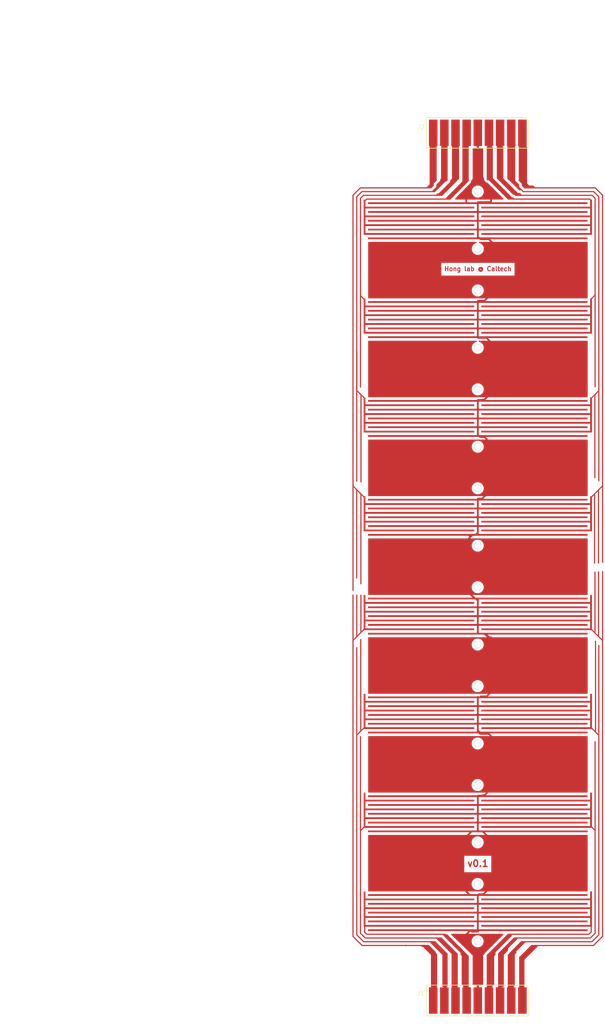
<source format=kicad_pcb>
(kicad_pcb (version 20171130) (host pcbnew "(2017-12-12 revision 8e764f8)-master")

  (general
    (thickness 1.6)
    (drawings 42)
    (tracks 605)
    (zones 0)
    (modules 26)
    (nets 18)
  )

  (page A4 portrait)
  (title_block
    (title "8 chamber shock conditioning ceiling grid")
    (date 06-12-2017)
    (rev 0.1)
    (company "Hong Lab @ Caltech")
    (comment 1 github.com/tom-f-oconnell/choice)
  )

  (layers
    (0 F.Cu signal)
    (31 B.Cu signal)
    (32 B.Adhes user)
    (33 F.Adhes user)
    (34 B.Paste user)
    (35 F.Paste user)
    (36 B.SilkS user)
    (37 F.SilkS user)
    (38 B.Mask user)
    (39 F.Mask user)
    (40 Dwgs.User user)
    (41 Cmts.User user)
    (42 Eco1.User user)
    (43 Eco2.User user)
    (44 Edge.Cuts user)
    (45 Margin user)
    (46 B.CrtYd user)
    (47 F.CrtYd user)
    (48 B.Fab user)
    (49 F.Fab user)
  )

  (setup
    (last_trace_width 0.25)
    (user_trace_width 0.25)
    (user_trace_width 0.4)
    (trace_clearance 0.6)
    (zone_clearance 0.6)
    (zone_45_only no)
    (trace_min 0.2)
    (segment_width 0.001)
    (edge_width 0.001)
    (via_size 0.8)
    (via_drill 0.4)
    (via_min_size 0.4)
    (via_min_drill 0.3)
    (uvia_size 0.3)
    (uvia_drill 0.1)
    (uvias_allowed no)
    (uvia_min_size 0.2)
    (uvia_min_drill 0.1)
    (pcb_text_width 0.3)
    (pcb_text_size 1.5 1.5)
    (mod_edge_width 0.15)
    (mod_text_size 1 1)
    (mod_text_width 0.15)
    (pad_size 1.524 1.524)
    (pad_drill 0.762)
    (pad_to_mask_clearance 0.2)
    (aux_axis_origin 0 0)
    (grid_origin 160.03 66.08)
    (visible_elements FFFFFF7F)
    (pcbplotparams
      (layerselection 0x00000_7fffffff)
      (usegerberextensions true)
      (usegerberattributes true)
      (usegerberadvancedattributes true)
      (creategerberjobfile true)
      (excludeedgelayer false)
      (linewidth 0.100000)
      (plotframeref false)
      (viasonmask false)
      (mode 1)
      (useauxorigin false)
      (hpglpennumber 1)
      (hpglpenspeed 20)
      (hpglpendiameter 15)
      (psnegative true)
      (psa4output false)
      (plotreference false)
      (plotvalue false)
      (plotinvisibletext false)
      (padsonsilk false)
      (subtractmaskfromsilk false)
      (outputformat 5)
      (mirror true)
      (drillshape 0)
      (scaleselection 1)
      (outputdirectory ../gerber/ceiling/))
  )

  (net 0 "")
  (net 1 /F8)
  (net 2 /F6)
  (net 3 /F4)
  (net 4 /F2)
  (net 5 /HV)
  (net 6 /F1)
  (net 7 /F3)
  (net 8 /F5)
  (net 9 /F7)
  (net 10 /F9)
  (net 11 /F11)
  (net 12 /F13)
  (net 13 /F15)
  (net 14 /F10)
  (net 15 /F12)
  (net 16 /F14)
  (net 17 /F16)

  (net_class Default "This is the default net class."
    (clearance 0.6)
    (trace_width 0.25)
    (via_dia 0.8)
    (via_drill 0.4)
    (uvia_dia 0.3)
    (uvia_drill 0.1)
    (add_net /F1)
    (add_net /F10)
    (add_net /F11)
    (add_net /F12)
    (add_net /F13)
    (add_net /F14)
    (add_net /F15)
    (add_net /F16)
    (add_net /F2)
    (add_net /F3)
    (add_net /F4)
    (add_net /F5)
    (add_net /F6)
    (add_net /F7)
    (add_net /F8)
    (add_net /F9)
    (add_net /HV)
  )

  (module R1.5mm_NPTH locked (layer F.Cu) (tedit 5A33004B) (tstamp 5A3300B8)
    (at 125.001 29.7452)
    (tags "non-plated through hole NPTH")
    (attr virtual)
    (fp_text reference R1.5mm_NPTH (at 0 0) (layer Cmts.User)
      (effects (font (thickness 0.15)))
    )
    (fp_text value "" (at 0 0) (layer Cmts.User)
      (effects (font (thickness 0.15)))
    )
    (pad 1 np_thru_hole circle (at 0 0) (size 1.524 1.524) (drill 1.5) (layers *.Cu *.Mask))
  )

  (module R1.5mm_NPTH locked (layer F.Cu) (tedit 5A33004B) (tstamp 5A3300B2)
    (at 125.001 42.7792)
    (tags "non-plated through hole NPTH")
    (attr virtual)
    (fp_text reference R1.5mm_NPTH (at 0 0) (layer Cmts.User)
      (effects (font (thickness 0.15)))
    )
    (fp_text value "" (at 0 0) (layer Cmts.User)
      (effects (font (thickness 0.15)))
    )
    (pad 1 np_thru_hole circle (at 0 0) (size 1.524 1.524) (drill 1.5) (layers *.Cu *.Mask))
  )

  (module R1.5mm_NPTH locked (layer F.Cu) (tedit 5A33004B) (tstamp 5A3300AC)
    (at 124.995 52.2452)
    (tags "non-plated through hole NPTH")
    (attr virtual)
    (fp_text reference R1.5mm_NPTH (at 0 0) (layer Cmts.User)
      (effects (font (thickness 0.15)))
    )
    (fp_text value "" (at 0 0) (layer Cmts.User)
      (effects (font (thickness 0.15)))
    )
    (pad 1 np_thru_hole circle (at 0 0) (size 1.524 1.524) (drill 1.5) (layers *.Cu *.Mask))
  )

  (module R1.5mm_NPTH locked (layer F.Cu) (tedit 5A33004B) (tstamp 5A3300A6)
    (at 124.995 65.2792)
    (tags "non-plated through hole NPTH")
    (attr virtual)
    (fp_text reference R1.5mm_NPTH (at 0 0) (layer Cmts.User)
      (effects (font (thickness 0.15)))
    )
    (fp_text value "" (at 0 0) (layer Cmts.User)
      (effects (font (thickness 0.15)))
    )
    (pad 1 np_thru_hole circle (at 0 0) (size 1.524 1.524) (drill 1.5) (layers *.Cu *.Mask))
  )

  (module R1.5mm_NPTH locked (layer F.Cu) (tedit 5A33004B) (tstamp 5A3300A0)
    (at 124.989 87.7792)
    (tags "non-plated through hole NPTH")
    (attr virtual)
    (fp_text reference R1.5mm_NPTH (at 0 0) (layer Cmts.User)
      (effects (font (thickness 0.15)))
    )
    (fp_text value "" (at 0 0) (layer Cmts.User)
      (effects (font (thickness 0.15)))
    )
    (pad 1 np_thru_hole circle (at 0 0) (size 1.524 1.524) (drill 1.5) (layers *.Cu *.Mask))
  )

  (module R1.5mm_NPTH locked (layer F.Cu) (tedit 5A33004B) (tstamp 5A33009A)
    (at 124.989 74.7452)
    (tags "non-plated through hole NPTH")
    (attr virtual)
    (fp_text reference R1.5mm_NPTH (at 0 0) (layer Cmts.User)
      (effects (font (thickness 0.15)))
    )
    (fp_text value "" (at 0 0) (layer Cmts.User)
      (effects (font (thickness 0.15)))
    )
    (pad 1 np_thru_hole circle (at 0 0) (size 1.524 1.524) (drill 1.5) (layers *.Cu *.Mask))
  )

  (module R1.5mm_NPTH locked (layer F.Cu) (tedit 5A33004B) (tstamp 5A330094)
    (at 124.983 97.2452)
    (tags "non-plated through hole NPTH")
    (attr virtual)
    (fp_text reference R1.5mm_NPTH (at 0 0) (layer Cmts.User)
      (effects (font (thickness 0.15)))
    )
    (fp_text value "" (at 0 0) (layer Cmts.User)
      (effects (font (thickness 0.15)))
    )
    (pad 1 np_thru_hole circle (at 0 0) (size 1.524 1.524) (drill 1.5) (layers *.Cu *.Mask))
  )

  (module R1.5mm_NPTH locked (layer F.Cu) (tedit 5A33004B) (tstamp 5A33008E)
    (at 124.983 110.2795)
    (tags "non-plated through hole NPTH")
    (attr virtual)
    (fp_text reference R1.5mm_NPTH (at 0 0) (layer Cmts.User)
      (effects (font (thickness 0.15)))
    )
    (fp_text value "" (at 0 0) (layer Cmts.User)
      (effects (font (thickness 0.15)))
    )
    (pad 1 np_thru_hole circle (at 0 0) (size 1.524 1.524) (drill 1.5) (layers *.Cu *.Mask))
  )

  (module R1.5mm_NPTH locked (layer F.Cu) (tedit 5A33004B) (tstamp 5A330088)
    (at 124.977 119.7455)
    (tags "non-plated through hole NPTH")
    (attr virtual)
    (fp_text reference R1.5mm_NPTH (at 0 0) (layer Cmts.User)
      (effects (font (thickness 0.15)))
    )
    (fp_text value "" (at 0 0) (layer Cmts.User)
      (effects (font (thickness 0.15)))
    )
    (pad 1 np_thru_hole circle (at 0 0) (size 1.524 1.524) (drill 1.5) (layers *.Cu *.Mask))
  )

  (module R1.5mm_NPTH locked (layer F.Cu) (tedit 5A33004B) (tstamp 5A330082)
    (at 124.977 132.7796)
    (tags "non-plated through hole NPTH")
    (attr virtual)
    (fp_text reference R1.5mm_NPTH (at 0 0) (layer Cmts.User)
      (effects (font (thickness 0.15)))
    )
    (fp_text value "" (at 0 0) (layer Cmts.User)
      (effects (font (thickness 0.15)))
    )
    (pad 1 np_thru_hole circle (at 0 0) (size 1.524 1.524) (drill 1.5) (layers *.Cu *.Mask))
  )

  (module R1.5mm_NPTH locked (layer F.Cu) (tedit 5A33004B) (tstamp 5A33007C)
    (at 124.971 142.2456)
    (tags "non-plated through hole NPTH")
    (attr virtual)
    (fp_text reference R1.5mm_NPTH (at 0 0) (layer Cmts.User)
      (effects (font (thickness 0.15)))
    )
    (fp_text value "" (at 0 0) (layer Cmts.User)
      (effects (font (thickness 0.15)))
    )
    (pad 1 np_thru_hole circle (at 0 0) (size 1.524 1.524) (drill 1.5) (layers *.Cu *.Mask))
  )

  (module R1.5mm_NPTH locked (layer F.Cu) (tedit 5A33004B) (tstamp 5A330076)
    (at 124.971 155.2796)
    (tags "non-plated through hole NPTH")
    (attr virtual)
    (fp_text reference R1.5mm_NPTH (at 0 0) (layer Cmts.User)
      (effects (font (thickness 0.15)))
    )
    (fp_text value "" (at 0 0) (layer Cmts.User)
      (effects (font (thickness 0.15)))
    )
    (pad 1 np_thru_hole circle (at 0 0) (size 1.524 1.524) (drill 1.5) (layers *.Cu *.Mask))
  )

  (module R1.5mm_NPTH locked (layer F.Cu) (tedit 5A33004B) (tstamp 5A330070)
    (at 124.965 164.7457)
    (tags "non-plated through hole NPTH")
    (attr virtual)
    (fp_text reference R1.5mm_NPTH (at 0 0) (layer Cmts.User)
      (effects (font (thickness 0.15)))
    )
    (fp_text value "" (at 0 0) (layer Cmts.User)
      (effects (font (thickness 0.15)))
    )
    (pad 1 np_thru_hole circle (at 0 0) (size 1.524 1.524) (drill 1.5) (layers *.Cu *.Mask))
  )

  (module R1.5mm_NPTH locked (layer F.Cu) (tedit 5A33004B) (tstamp 5A33006A)
    (at 124.965 177.7797)
    (tags "non-plated through hole NPTH")
    (attr virtual)
    (fp_text reference R1.5mm_NPTH (at 0 0) (layer Cmts.User)
      (effects (font (thickness 0.15)))
    )
    (fp_text value "" (at 0 0) (layer Cmts.User)
      (effects (font (thickness 0.15)))
    )
    (pad 1 np_thru_hole circle (at 0 0) (size 1.524 1.524) (drill 1.5) (layers *.Cu *.Mask))
  )

  (module R1.5mm_NPTH locked (layer F.Cu) (tedit 5A33004B) (tstamp 5A330064)
    (at 124.959 187.2458)
    (tags "non-plated through hole NPTH")
    (attr virtual)
    (fp_text reference R1.5mm_NPTH (at 0 0) (layer Cmts.User)
      (effects (font (thickness 0.15)))
    )
    (fp_text value "" (at 0 0) (layer Cmts.User)
      (effects (font (thickness 0.15)))
    )
    (pad 1 np_thru_hole circle (at 0 0) (size 1.524 1.524) (drill 1.5) (layers *.Cu *.Mask))
  )

  (module R1.5mm_NPTH locked (layer F.Cu) (tedit 5A33004B) (tstamp 5A33005E)
    (at 124.959 200.27981)
    (tags "non-plated through hole NPTH")
    (attr virtual)
    (fp_text reference R1.5mm_NPTH (at 0 0) (layer Cmts.User)
      (effects (font (thickness 0.15)))
    )
    (fp_text value "" (at 0 0) (layer Cmts.User)
      (effects (font (thickness 0.15)))
    )
    (pad 1 np_thru_hole circle (at 0 0) (size 1.524 1.524) (drill 1.5) (layers *.Cu *.Mask))
  )

  (module footprints:contacts_9_P2.54mm_L6mm_W1.94mm (layer F.Cu) (tedit 5A267F5A) (tstamp 5A27711B)
    (at 125 213.75 180)
    (path /59F76D5B)
    (attr smd)
    (fp_text reference J1 (at 12.97 1.67 180) (layer F.SilkS)
      (effects (font (size 1 1) (thickness 0.15)))
    )
    (fp_text value Conn_01x09 (at 0 -4.5 180) (layer F.Fab)
      (effects (font (size 1 1) (thickness 0.15)))
    )
    (fp_line (start -10.83 3.5) (end -11.63 2.7) (layer F.SilkS) (width 0.15))
    (fp_line (start -11.63 2.7) (end -11.63 -3.5) (layer F.SilkS) (width 0.15))
    (fp_line (start -11.63 -3.5) (end 11.63 -3.5) (layer F.SilkS) (width 0.15))
    (fp_line (start 11.63 -3.5) (end 11.63 3.5) (layer F.SilkS) (width 0.15))
    (fp_line (start 11.63 3.5) (end -10.83 3.5) (layer F.SilkS) (width 0.15))
    (fp_line (start -11.8 -3.65) (end 11.8 -3.65) (layer F.CrtYd) (width 0.05))
    (fp_line (start 11.8 -3.65) (end 11.8 3.65) (layer F.CrtYd) (width 0.05))
    (fp_line (start 11.8 3.65) (end -11.8 3.65) (layer F.CrtYd) (width 0.05))
    (fp_line (start -11.8 3.65) (end -11.8 -3.65) (layer F.CrtYd) (width 0.05))
    (pad 1 smd rect (at -10.16 0 180) (size 1.94 6) (layers F.Cu F.Paste F.Mask)
      (net 10 /F9))
    (pad 2 smd rect (at -7.62 0 180) (size 1.94 6) (layers F.Cu F.Paste F.Mask)
      (net 11 /F11))
    (pad 3 smd rect (at -5.08 0 180) (size 1.94 6) (layers F.Cu F.Paste F.Mask)
      (net 12 /F13))
    (pad 4 smd rect (at -2.54 0 180) (size 1.94 6) (layers F.Cu F.Paste F.Mask)
      (net 13 /F15))
    (pad 5 smd rect (at 0 0 180) (size 1.94 6) (layers F.Cu F.Paste F.Mask)
      (net 5 /HV))
    (pad 6 smd rect (at 2.54 0 180) (size 1.94 6) (layers F.Cu F.Paste F.Mask)
      (net 17 /F16))
    (pad 7 smd rect (at 5.08 0 180) (size 1.94 6) (layers F.Cu F.Paste F.Mask)
      (net 16 /F14))
    (pad 8 smd rect (at 7.62 0 180) (size 1.94 6) (layers F.Cu F.Paste F.Mask)
      (net 15 /F12))
    (pad 9 smd rect (at 10.16 0 180) (size 1.94 6) (layers F.Cu F.Paste F.Mask)
      (net 14 /F10))
  )

  (module footprints:contacts_9_P2.54mm_L6mm_W1.94mm (layer F.Cu) (tedit 5A267F5A) (tstamp 5A277131)
    (at 125 16.3858 180)
    (path /5A268DBE)
    (attr smd)
    (fp_text reference J2 (at 12.97 1.3058 180) (layer F.SilkS)
      (effects (font (size 1 1) (thickness 0.15)))
    )
    (fp_text value Conn_01x09 (at 0 -4.5 180) (layer F.Fab)
      (effects (font (size 1 1) (thickness 0.15)))
    )
    (fp_line (start -11.8 3.65) (end -11.8 -3.65) (layer F.CrtYd) (width 0.05))
    (fp_line (start 11.8 3.65) (end -11.8 3.65) (layer F.CrtYd) (width 0.05))
    (fp_line (start 11.8 -3.65) (end 11.8 3.65) (layer F.CrtYd) (width 0.05))
    (fp_line (start -11.8 -3.65) (end 11.8 -3.65) (layer F.CrtYd) (width 0.05))
    (fp_line (start 11.63 3.5) (end -10.83 3.5) (layer F.SilkS) (width 0.15))
    (fp_line (start 11.63 -3.5) (end 11.63 3.5) (layer F.SilkS) (width 0.15))
    (fp_line (start -11.63 -3.5) (end 11.63 -3.5) (layer F.SilkS) (width 0.15))
    (fp_line (start -11.63 2.7) (end -11.63 -3.5) (layer F.SilkS) (width 0.15))
    (fp_line (start -10.83 3.5) (end -11.63 2.7) (layer F.SilkS) (width 0.15))
    (pad 9 smd rect (at 10.16 0 180) (size 1.94 6) (layers F.Cu F.Paste F.Mask)
      (net 1 /F8))
    (pad 8 smd rect (at 7.62 0 180) (size 1.94 6) (layers F.Cu F.Paste F.Mask)
      (net 2 /F6))
    (pad 7 smd rect (at 5.08 0 180) (size 1.94 6) (layers F.Cu F.Paste F.Mask)
      (net 3 /F4))
    (pad 6 smd rect (at 2.54 0 180) (size 1.94 6) (layers F.Cu F.Paste F.Mask)
      (net 4 /F2))
    (pad 5 smd rect (at 0 0 180) (size 1.94 6) (layers F.Cu F.Paste F.Mask)
      (net 5 /HV))
    (pad 4 smd rect (at -2.54 0 180) (size 1.94 6) (layers F.Cu F.Paste F.Mask)
      (net 6 /F1))
    (pad 3 smd rect (at -5.08 0 180) (size 1.94 6) (layers F.Cu F.Paste F.Mask)
      (net 7 /F3))
    (pad 2 smd rect (at -7.62 0 180) (size 1.94 6) (layers F.Cu F.Paste F.Mask)
      (net 8 /F5))
    (pad 1 smd rect (at -10.16 0 180) (size 1.94 6) (layers F.Cu F.Paste F.Mask)
      (net 9 /F7))
  )

  (module footprints:electrodes_clearance0.6mm_W0.4mm_lengthwise (layer F.Cu) (tedit 0) (tstamp 5A27BA88)
    (at 125 193.75)
    (descr "Electrodes for shocking either side of one behavior chamber, for conditioning Drosophila to avoid odors paired with the shock.")
    (path /59F778B5)
    (fp_text reference J3 (at -15.6 -5.28) (layer Cmts.User)
      (effects (font (thickness 0.15)))
    )
    (fp_text value shock_grid (at 15.6 -5.28) (layer Cmts.User)
      (effects (font (thickness 0.15)))
    )
    (pad 0 smd custom (at 0 3.7) (size 0.000001 0.000001) (layers F.Cu)
      (net 5 /HV)
      (options (clearance outline) (anchor circle))
      (primitives
        (gr_poly (pts
           (xy 25 0.5) (xy 25 0.1) (xy 0.2 0.1) (xy 0.2 -1.5) (xy 25 -1.5)
           (xy 25 -1.9) (xy 0.2 -1.9) (xy 0.2 -3.5) (xy 25 -3.5) (xy 25 -3.9)
           (xy 0.2 -3.9) (xy 0.2 -5.5) (xy 25 -5.5) (xy 25 -5.9) (xy 0.2 -5.9)
           (xy 0.2 -7.5) (xy 25 -7.5) (xy 25 -7.9) (xy -25 -7.9) (xy -25 -7.5)
           (xy -0.2 -7.5) (xy -0.2 -5.9) (xy -25 -5.9) (xy -25 -5.5) (xy -0.2 -5.5)
           (xy -0.2 -3.9) (xy -25 -3.9) (xy -25 -3.5) (xy -0.2 -3.5) (xy -0.2 -1.9)
           (xy -25 -1.9) (xy -25 -1.5) (xy -0.2 -1.5) (xy -0.2 0.1) (xy -25 0.1)
           (xy -25 0.5)) (width 0.000001))
      ))
    (pad 1 smd custom (at 25.5 -4) (size 0.000001 0.000001) (layers F.Cu)
      (net 13 /F15)
      (options (clearance outline) (anchor circle))
      (primitives
        (gr_poly (pts
           (xy 0.5 7.2) (xy -24.7 7.2) (xy -24.7 6.8) (xy 0.1 6.8) (xy 0.1 5.2)
           (xy -24.7 5.2) (xy -24.7 4.8) (xy 0.1 4.8) (xy 0.1 3.2) (xy -24.7 3.2)
           (xy -24.7 2.8) (xy 0.1 2.8) (xy 0.1 1.2) (xy -24.7 1.2) (xy -24.7 0.8)
           (xy 0.1 0.8) (xy 0.1 -0.8) (xy 0.5 -0.8)) (width 0.000001))
      ))
    (pad 2 smd custom (at -25.5 -4) (size 0.000001 0.000001) (layers F.Cu)
      (net 17 /F16)
      (options (clearance outline) (anchor circle))
      (primitives
        (gr_poly (pts
           (xy -0.5 7.2) (xy 24.7 7.2) (xy 24.7 6.8) (xy -0.1 6.8) (xy -0.1 5.2)
           (xy 24.7 5.2) (xy 24.7 4.8) (xy -0.1 4.8) (xy -0.1 3.2) (xy 24.7 3.2)
           (xy 24.7 2.8) (xy -0.1 2.8) (xy -0.1 1.2) (xy 24.7 1.2) (xy 24.7 0.8)
           (xy -0.1 0.8) (xy -0.1 -0.8) (xy -0.5 -0.8)) (width 0.000001))
      ))
  )

  (module footprints:electrodes_clearance0.6mm_W0.4mm_lengthwise (layer F.Cu) (tedit 0) (tstamp 5A27BA8F)
    (at 125 171.2694)
    (descr "Electrodes for shocking either side of one behavior chamber, for conditioning Drosophila to avoid odors paired with the shock.")
    (path /59F77CE3)
    (fp_text reference J4 (at -15.6 -5.28) (layer Cmts.User)
      (effects (font (thickness 0.15)))
    )
    (fp_text value shock_grid (at 15.6 -5.28) (layer Cmts.User)
      (effects (font (thickness 0.15)))
    )
    (pad 0 smd custom (at 0 3.7) (size 0.000001 0.000001) (layers F.Cu)
      (net 5 /HV)
      (options (clearance outline) (anchor circle))
      (primitives
        (gr_poly (pts
           (xy 25 0.5) (xy 25 0.1) (xy 0.2 0.1) (xy 0.2 -1.5) (xy 25 -1.5)
           (xy 25 -1.9) (xy 0.2 -1.9) (xy 0.2 -3.5) (xy 25 -3.5) (xy 25 -3.9)
           (xy 0.2 -3.9) (xy 0.2 -5.5) (xy 25 -5.5) (xy 25 -5.9) (xy 0.2 -5.9)
           (xy 0.2 -7.5) (xy 25 -7.5) (xy 25 -7.9) (xy -25 -7.9) (xy -25 -7.5)
           (xy -0.2 -7.5) (xy -0.2 -5.9) (xy -25 -5.9) (xy -25 -5.5) (xy -0.2 -5.5)
           (xy -0.2 -3.9) (xy -25 -3.9) (xy -25 -3.5) (xy -0.2 -3.5) (xy -0.2 -1.9)
           (xy -25 -1.9) (xy -25 -1.5) (xy -0.2 -1.5) (xy -0.2 0.1) (xy -25 0.1)
           (xy -25 0.5)) (width 0.000001))
      ))
    (pad 1 smd custom (at 25.5 -4) (size 0.000001 0.000001) (layers F.Cu)
      (net 12 /F13)
      (options (clearance outline) (anchor circle))
      (primitives
        (gr_poly (pts
           (xy 0.5 7.2) (xy -24.7 7.2) (xy -24.7 6.8) (xy 0.1 6.8) (xy 0.1 5.2)
           (xy -24.7 5.2) (xy -24.7 4.8) (xy 0.1 4.8) (xy 0.1 3.2) (xy -24.7 3.2)
           (xy -24.7 2.8) (xy 0.1 2.8) (xy 0.1 1.2) (xy -24.7 1.2) (xy -24.7 0.8)
           (xy 0.1 0.8) (xy 0.1 -0.8) (xy 0.5 -0.8)) (width 0.000001))
      ))
    (pad 2 smd custom (at -25.5 -4) (size 0.000001 0.000001) (layers F.Cu)
      (net 16 /F14)
      (options (clearance outline) (anchor circle))
      (primitives
        (gr_poly (pts
           (xy -0.5 7.2) (xy 24.7 7.2) (xy 24.7 6.8) (xy -0.1 6.8) (xy -0.1 5.2)
           (xy 24.7 5.2) (xy 24.7 4.8) (xy -0.1 4.8) (xy -0.1 3.2) (xy 24.7 3.2)
           (xy 24.7 2.8) (xy -0.1 2.8) (xy -0.1 1.2) (xy 24.7 1.2) (xy 24.7 0.8)
           (xy -0.1 0.8) (xy -0.1 -0.8) (xy -0.5 -0.8)) (width 0.000001))
      ))
  )

  (module footprints:electrodes_clearance0.6mm_W0.4mm_lengthwise (layer F.Cu) (tedit 0) (tstamp 5A27BA96)
    (at 125 148.7888)
    (descr "Electrodes for shocking either side of one behavior chamber, for conditioning Drosophila to avoid odors paired with the shock.")
    (path /59F779C5)
    (fp_text reference J5 (at -15.6 -5.28) (layer Cmts.User)
      (effects (font (thickness 0.15)))
    )
    (fp_text value shock_grid (at 15.6 -5.28) (layer Cmts.User)
      (effects (font (thickness 0.15)))
    )
    (pad 2 smd custom (at -25.5 -4) (size 0.000001 0.000001) (layers F.Cu)
      (net 15 /F12)
      (options (clearance outline) (anchor circle))
      (primitives
        (gr_poly (pts
           (xy -0.5 7.2) (xy 24.7 7.2) (xy 24.7 6.8) (xy -0.1 6.8) (xy -0.1 5.2)
           (xy 24.7 5.2) (xy 24.7 4.8) (xy -0.1 4.8) (xy -0.1 3.2) (xy 24.7 3.2)
           (xy 24.7 2.8) (xy -0.1 2.8) (xy -0.1 1.2) (xy 24.7 1.2) (xy 24.7 0.8)
           (xy -0.1 0.8) (xy -0.1 -0.8) (xy -0.5 -0.8)) (width 0.000001))
      ))
    (pad 1 smd custom (at 25.5 -4) (size 0.000001 0.000001) (layers F.Cu)
      (net 11 /F11)
      (options (clearance outline) (anchor circle))
      (primitives
        (gr_poly (pts
           (xy 0.5 7.2) (xy -24.7 7.2) (xy -24.7 6.8) (xy 0.1 6.8) (xy 0.1 5.2)
           (xy -24.7 5.2) (xy -24.7 4.8) (xy 0.1 4.8) (xy 0.1 3.2) (xy -24.7 3.2)
           (xy -24.7 2.8) (xy 0.1 2.8) (xy 0.1 1.2) (xy -24.7 1.2) (xy -24.7 0.8)
           (xy 0.1 0.8) (xy 0.1 -0.8) (xy 0.5 -0.8)) (width 0.000001))
      ))
    (pad 0 smd custom (at 0 3.7) (size 0.000001 0.000001) (layers F.Cu)
      (net 5 /HV)
      (options (clearance outline) (anchor circle))
      (primitives
        (gr_poly (pts
           (xy 25 0.5) (xy 25 0.1) (xy 0.2 0.1) (xy 0.2 -1.5) (xy 25 -1.5)
           (xy 25 -1.9) (xy 0.2 -1.9) (xy 0.2 -3.5) (xy 25 -3.5) (xy 25 -3.9)
           (xy 0.2 -3.9) (xy 0.2 -5.5) (xy 25 -5.5) (xy 25 -5.9) (xy 0.2 -5.9)
           (xy 0.2 -7.5) (xy 25 -7.5) (xy 25 -7.9) (xy -25 -7.9) (xy -25 -7.5)
           (xy -0.2 -7.5) (xy -0.2 -5.9) (xy -25 -5.9) (xy -25 -5.5) (xy -0.2 -5.5)
           (xy -0.2 -3.9) (xy -25 -3.9) (xy -25 -3.5) (xy -0.2 -3.5) (xy -0.2 -1.9)
           (xy -25 -1.9) (xy -25 -1.5) (xy -0.2 -1.5) (xy -0.2 0.1) (xy -25 0.1)
           (xy -25 0.5)) (width 0.000001))
      ))
  )

  (module footprints:electrodes_clearance0.6mm_W0.4mm_lengthwise (layer F.Cu) (tedit 0) (tstamp 5A27BA9D)
    (at 125 126.3082)
    (descr "Electrodes for shocking either side of one behavior chamber, for conditioning Drosophila to avoid odors paired with the shock.")
    (path /59F77DC7)
    (fp_text reference J6 (at -15.6 -5.28) (layer Cmts.User)
      (effects (font (thickness 0.15)))
    )
    (fp_text value shock_grid (at 15.6 -5.28) (layer Cmts.User)
      (effects (font (thickness 0.15)))
    )
    (pad 2 smd custom (at -25.5 -4) (size 0.000001 0.000001) (layers F.Cu)
      (net 14 /F10)
      (options (clearance outline) (anchor circle))
      (primitives
        (gr_poly (pts
           (xy -0.5 7.2) (xy 24.7 7.2) (xy 24.7 6.8) (xy -0.1 6.8) (xy -0.1 5.2)
           (xy 24.7 5.2) (xy 24.7 4.8) (xy -0.1 4.8) (xy -0.1 3.2) (xy 24.7 3.2)
           (xy 24.7 2.8) (xy -0.1 2.8) (xy -0.1 1.2) (xy 24.7 1.2) (xy 24.7 0.8)
           (xy -0.1 0.8) (xy -0.1 -0.8) (xy -0.5 -0.8)) (width 0.000001))
      ))
    (pad 1 smd custom (at 25.5 -4) (size 0.000001 0.000001) (layers F.Cu)
      (net 10 /F9)
      (options (clearance outline) (anchor circle))
      (primitives
        (gr_poly (pts
           (xy 0.5 7.2) (xy -24.7 7.2) (xy -24.7 6.8) (xy 0.1 6.8) (xy 0.1 5.2)
           (xy -24.7 5.2) (xy -24.7 4.8) (xy 0.1 4.8) (xy 0.1 3.2) (xy -24.7 3.2)
           (xy -24.7 2.8) (xy 0.1 2.8) (xy 0.1 1.2) (xy -24.7 1.2) (xy -24.7 0.8)
           (xy 0.1 0.8) (xy 0.1 -0.8) (xy 0.5 -0.8)) (width 0.000001))
      ))
    (pad 0 smd custom (at 0 3.7) (size 0.000001 0.000001) (layers F.Cu)
      (net 5 /HV)
      (options (clearance outline) (anchor circle))
      (primitives
        (gr_poly (pts
           (xy 25 0.5) (xy 25 0.1) (xy 0.2 0.1) (xy 0.2 -1.5) (xy 25 -1.5)
           (xy 25 -1.9) (xy 0.2 -1.9) (xy 0.2 -3.5) (xy 25 -3.5) (xy 25 -3.9)
           (xy 0.2 -3.9) (xy 0.2 -5.5) (xy 25 -5.5) (xy 25 -5.9) (xy 0.2 -5.9)
           (xy 0.2 -7.5) (xy 25 -7.5) (xy 25 -7.9) (xy -25 -7.9) (xy -25 -7.5)
           (xy -0.2 -7.5) (xy -0.2 -5.9) (xy -25 -5.9) (xy -25 -5.5) (xy -0.2 -5.5)
           (xy -0.2 -3.9) (xy -25 -3.9) (xy -25 -3.5) (xy -0.2 -3.5) (xy -0.2 -1.9)
           (xy -25 -1.9) (xy -25 -1.5) (xy -0.2 -1.5) (xy -0.2 0.1) (xy -25 0.1)
           (xy -25 0.5)) (width 0.000001))
      ))
  )

  (module footprints:electrodes_clearance0.6mm_W0.4mm_lengthwise (layer F.Cu) (tedit 0) (tstamp 5A27BAA4)
    (at 125 103.8276)
    (descr "Electrodes for shocking either side of one behavior chamber, for conditioning Drosophila to avoid odors paired with the shock.")
    (path /59F77FF1)
    (fp_text reference J7 (at -15.6 -5.28) (layer Cmts.User)
      (effects (font (thickness 0.15)))
    )
    (fp_text value shock_grid (at 15.6 -5.28) (layer Cmts.User)
      (effects (font (thickness 0.15)))
    )
    (pad 0 smd custom (at 0 3.7) (size 0.000001 0.000001) (layers F.Cu)
      (net 5 /HV)
      (options (clearance outline) (anchor circle))
      (primitives
        (gr_poly (pts
           (xy 25 0.5) (xy 25 0.1) (xy 0.2 0.1) (xy 0.2 -1.5) (xy 25 -1.5)
           (xy 25 -1.9) (xy 0.2 -1.9) (xy 0.2 -3.5) (xy 25 -3.5) (xy 25 -3.9)
           (xy 0.2 -3.9) (xy 0.2 -5.5) (xy 25 -5.5) (xy 25 -5.9) (xy 0.2 -5.9)
           (xy 0.2 -7.5) (xy 25 -7.5) (xy 25 -7.9) (xy -25 -7.9) (xy -25 -7.5)
           (xy -0.2 -7.5) (xy -0.2 -5.9) (xy -25 -5.9) (xy -25 -5.5) (xy -0.2 -5.5)
           (xy -0.2 -3.9) (xy -25 -3.9) (xy -25 -3.5) (xy -0.2 -3.5) (xy -0.2 -1.9)
           (xy -25 -1.9) (xy -25 -1.5) (xy -0.2 -1.5) (xy -0.2 0.1) (xy -25 0.1)
           (xy -25 0.5)) (width 0.000001))
      ))
    (pad 1 smd custom (at 25.5 -4) (size 0.000001 0.000001) (layers F.Cu)
      (net 9 /F7)
      (options (clearance outline) (anchor circle))
      (primitives
        (gr_poly (pts
           (xy 0.5 7.2) (xy -24.7 7.2) (xy -24.7 6.8) (xy 0.1 6.8) (xy 0.1 5.2)
           (xy -24.7 5.2) (xy -24.7 4.8) (xy 0.1 4.8) (xy 0.1 3.2) (xy -24.7 3.2)
           (xy -24.7 2.8) (xy 0.1 2.8) (xy 0.1 1.2) (xy -24.7 1.2) (xy -24.7 0.8)
           (xy 0.1 0.8) (xy 0.1 -0.8) (xy 0.5 -0.8)) (width 0.000001))
      ))
    (pad 2 smd custom (at -25.5 -4) (size 0.000001 0.000001) (layers F.Cu)
      (net 1 /F8)
      (options (clearance outline) (anchor circle))
      (primitives
        (gr_poly (pts
           (xy -0.5 7.2) (xy 24.7 7.2) (xy 24.7 6.8) (xy -0.1 6.8) (xy -0.1 5.2)
           (xy 24.7 5.2) (xy 24.7 4.8) (xy -0.1 4.8) (xy -0.1 3.2) (xy 24.7 3.2)
           (xy 24.7 2.8) (xy -0.1 2.8) (xy -0.1 1.2) (xy 24.7 1.2) (xy 24.7 0.8)
           (xy -0.1 0.8) (xy -0.1 -0.8) (xy -0.5 -0.8)) (width 0.000001))
      ))
  )

  (module footprints:electrodes_clearance0.6mm_W0.4mm_lengthwise (layer F.Cu) (tedit 0) (tstamp 5A27BAAB)
    (at 125 81.347)
    (descr "Electrodes for shocking either side of one behavior chamber, for conditioning Drosophila to avoid odors paired with the shock.")
    (path /59F780F5)
    (fp_text reference J8 (at -15.6 -5.28) (layer Cmts.User)
      (effects (font (thickness 0.15)))
    )
    (fp_text value shock_grid (at 15.6 -5.28) (layer Cmts.User)
      (effects (font (thickness 0.15)))
    )
    (pad 2 smd custom (at -25.5 -4) (size 0.000001 0.000001) (layers F.Cu)
      (net 2 /F6)
      (options (clearance outline) (anchor circle))
      (primitives
        (gr_poly (pts
           (xy -0.5 7.2) (xy 24.7 7.2) (xy 24.7 6.8) (xy -0.1 6.8) (xy -0.1 5.2)
           (xy 24.7 5.2) (xy 24.7 4.8) (xy -0.1 4.8) (xy -0.1 3.2) (xy 24.7 3.2)
           (xy 24.7 2.8) (xy -0.1 2.8) (xy -0.1 1.2) (xy 24.7 1.2) (xy 24.7 0.8)
           (xy -0.1 0.8) (xy -0.1 -0.8) (xy -0.5 -0.8)) (width 0.000001))
      ))
    (pad 1 smd custom (at 25.5 -4) (size 0.000001 0.000001) (layers F.Cu)
      (net 8 /F5)
      (options (clearance outline) (anchor circle))
      (primitives
        (gr_poly (pts
           (xy 0.5 7.2) (xy -24.7 7.2) (xy -24.7 6.8) (xy 0.1 6.8) (xy 0.1 5.2)
           (xy -24.7 5.2) (xy -24.7 4.8) (xy 0.1 4.8) (xy 0.1 3.2) (xy -24.7 3.2)
           (xy -24.7 2.8) (xy 0.1 2.8) (xy 0.1 1.2) (xy -24.7 1.2) (xy -24.7 0.8)
           (xy 0.1 0.8) (xy 0.1 -0.8) (xy 0.5 -0.8)) (width 0.000001))
      ))
    (pad 0 smd custom (at 0 3.7) (size 0.000001 0.000001) (layers F.Cu)
      (net 5 /HV)
      (options (clearance outline) (anchor circle))
      (primitives
        (gr_poly (pts
           (xy 25 0.5) (xy 25 0.1) (xy 0.2 0.1) (xy 0.2 -1.5) (xy 25 -1.5)
           (xy 25 -1.9) (xy 0.2 -1.9) (xy 0.2 -3.5) (xy 25 -3.5) (xy 25 -3.9)
           (xy 0.2 -3.9) (xy 0.2 -5.5) (xy 25 -5.5) (xy 25 -5.9) (xy 0.2 -5.9)
           (xy 0.2 -7.5) (xy 25 -7.5) (xy 25 -7.9) (xy -25 -7.9) (xy -25 -7.5)
           (xy -0.2 -7.5) (xy -0.2 -5.9) (xy -25 -5.9) (xy -25 -5.5) (xy -0.2 -5.5)
           (xy -0.2 -3.9) (xy -25 -3.9) (xy -25 -3.5) (xy -0.2 -3.5) (xy -0.2 -1.9)
           (xy -25 -1.9) (xy -25 -1.5) (xy -0.2 -1.5) (xy -0.2 0.1) (xy -25 0.1)
           (xy -25 0.5)) (width 0.000001))
      ))
  )

  (module footprints:electrodes_clearance0.6mm_W0.4mm_lengthwise (layer F.Cu) (tedit 0) (tstamp 5A27BAB2)
    (at 125 58.8664)
    (descr "Electrodes for shocking either side of one behavior chamber, for conditioning Drosophila to avoid odors paired with the shock.")
    (path /59F78242)
    (fp_text reference J9 (at -15.6 -5.28) (layer Cmts.User)
      (effects (font (thickness 0.15)))
    )
    (fp_text value shock_grid (at 15.6 -5.28) (layer Cmts.User)
      (effects (font (thickness 0.15)))
    )
    (pad 0 smd custom (at 0 3.7) (size 0.000001 0.000001) (layers F.Cu)
      (net 5 /HV)
      (options (clearance outline) (anchor circle))
      (primitives
        (gr_poly (pts
           (xy 25 0.5) (xy 25 0.1) (xy 0.2 0.1) (xy 0.2 -1.5) (xy 25 -1.5)
           (xy 25 -1.9) (xy 0.2 -1.9) (xy 0.2 -3.5) (xy 25 -3.5) (xy 25 -3.9)
           (xy 0.2 -3.9) (xy 0.2 -5.5) (xy 25 -5.5) (xy 25 -5.9) (xy 0.2 -5.9)
           (xy 0.2 -7.5) (xy 25 -7.5) (xy 25 -7.9) (xy -25 -7.9) (xy -25 -7.5)
           (xy -0.2 -7.5) (xy -0.2 -5.9) (xy -25 -5.9) (xy -25 -5.5) (xy -0.2 -5.5)
           (xy -0.2 -3.9) (xy -25 -3.9) (xy -25 -3.5) (xy -0.2 -3.5) (xy -0.2 -1.9)
           (xy -25 -1.9) (xy -25 -1.5) (xy -0.2 -1.5) (xy -0.2 0.1) (xy -25 0.1)
           (xy -25 0.5)) (width 0.000001))
      ))
    (pad 1 smd custom (at 25.5 -4) (size 0.000001 0.000001) (layers F.Cu)
      (net 7 /F3)
      (options (clearance outline) (anchor circle))
      (primitives
        (gr_poly (pts
           (xy 0.5 7.2) (xy -24.7 7.2) (xy -24.7 6.8) (xy 0.1 6.8) (xy 0.1 5.2)
           (xy -24.7 5.2) (xy -24.7 4.8) (xy 0.1 4.8) (xy 0.1 3.2) (xy -24.7 3.2)
           (xy -24.7 2.8) (xy 0.1 2.8) (xy 0.1 1.2) (xy -24.7 1.2) (xy -24.7 0.8)
           (xy 0.1 0.8) (xy 0.1 -0.8) (xy 0.5 -0.8)) (width 0.000001))
      ))
    (pad 2 smd custom (at -25.5 -4) (size 0.000001 0.000001) (layers F.Cu)
      (net 3 /F4)
      (options (clearance outline) (anchor circle))
      (primitives
        (gr_poly (pts
           (xy -0.5 7.2) (xy 24.7 7.2) (xy 24.7 6.8) (xy -0.1 6.8) (xy -0.1 5.2)
           (xy 24.7 5.2) (xy 24.7 4.8) (xy -0.1 4.8) (xy -0.1 3.2) (xy 24.7 3.2)
           (xy 24.7 2.8) (xy -0.1 2.8) (xy -0.1 1.2) (xy 24.7 1.2) (xy 24.7 0.8)
           (xy -0.1 0.8) (xy -0.1 -0.8) (xy -0.5 -0.8)) (width 0.000001))
      ))
  )

  (module footprints:electrodes_clearance0.6mm_W0.4mm_lengthwise (layer F.Cu) (tedit 0) (tstamp 5A27BAB9)
    (at 125 36.3858)
    (descr "Electrodes for shocking either side of one behavior chamber, for conditioning Drosophila to avoid odors paired with the shock.")
    (path /59F7866D)
    (fp_text reference J10 (at -15.6 -5.28) (layer Cmts.User)
      (effects (font (thickness 0.15)))
    )
    (fp_text value shock_grid (at 15.6 -5.28) (layer Cmts.User)
      (effects (font (thickness 0.15)))
    )
    (pad 2 smd custom (at -25.5 -4) (size 0.000001 0.000001) (layers F.Cu)
      (net 4 /F2)
      (options (clearance outline) (anchor circle))
      (primitives
        (gr_poly (pts
           (xy -0.5 7.2) (xy 24.7 7.2) (xy 24.7 6.8) (xy -0.1 6.8) (xy -0.1 5.2)
           (xy 24.7 5.2) (xy 24.7 4.8) (xy -0.1 4.8) (xy -0.1 3.2) (xy 24.7 3.2)
           (xy 24.7 2.8) (xy -0.1 2.8) (xy -0.1 1.2) (xy 24.7 1.2) (xy 24.7 0.8)
           (xy -0.1 0.8) (xy -0.1 -0.8) (xy -0.5 -0.8)) (width 0.000001))
      ))
    (pad 1 smd custom (at 25.5 -4) (size 0.000001 0.000001) (layers F.Cu)
      (net 6 /F1)
      (options (clearance outline) (anchor circle))
      (primitives
        (gr_poly (pts
           (xy 0.5 7.2) (xy -24.7 7.2) (xy -24.7 6.8) (xy 0.1 6.8) (xy 0.1 5.2)
           (xy -24.7 5.2) (xy -24.7 4.8) (xy 0.1 4.8) (xy 0.1 3.2) (xy -24.7 3.2)
           (xy -24.7 2.8) (xy 0.1 2.8) (xy 0.1 1.2) (xy -24.7 1.2) (xy -24.7 0.8)
           (xy 0.1 0.8) (xy 0.1 -0.8) (xy 0.5 -0.8)) (width 0.000001))
      ))
    (pad 0 smd custom (at 0 3.7) (size 0.000001 0.000001) (layers F.Cu)
      (net 5 /HV)
      (options (clearance outline) (anchor circle))
      (primitives
        (gr_poly (pts
           (xy 25 0.5) (xy 25 0.1) (xy 0.2 0.1) (xy 0.2 -1.5) (xy 25 -1.5)
           (xy 25 -1.9) (xy 0.2 -1.9) (xy 0.2 -3.5) (xy 25 -3.5) (xy 25 -3.9)
           (xy 0.2 -3.9) (xy 0.2 -5.5) (xy 25 -5.5) (xy 25 -5.9) (xy 0.2 -5.9)
           (xy 0.2 -7.5) (xy 25 -7.5) (xy 25 -7.9) (xy -25 -7.9) (xy -25 -7.5)
           (xy -0.2 -7.5) (xy -0.2 -5.9) (xy -25 -5.9) (xy -25 -5.5) (xy -0.2 -5.5)
           (xy -0.2 -3.9) (xy -25 -3.9) (xy -25 -3.5) (xy -0.2 -3.5) (xy -0.2 -1.9)
           (xy -25 -1.9) (xy -25 -1.5) (xy -0.2 -1.5) (xy -0.2 0.1) (xy -25 0.1)
           (xy -25 0.5)) (width 0.000001))
      ))
  )

  (gr_line (start 96 203.2798) (end 111 203.2798) (layer Edge.Cuts) (width 0.001))
  (gr_line (start 96 26.7452) (end 96 203.2798) (layer Edge.Cuts) (width 0.001))
  (gr_line (start 139 203.2798) (end 154 203.2798) (layer Edge.Cuts) (width 0.001))
  (gr_line (start 139 216.2798) (end 139 203.2798) (layer Edge.Cuts) (width 0.001))
  (gr_line (start 111 216.2798) (end 139 216.2798) (layer B.Fab) (width 0.001))
  (gr_line (start 111 203.2798) (end 111 216.2798) (layer Edge.Cuts) (width 0.001))
  (gr_line (start 139 13.7452) (end 139 26.7452) (layer Edge.Cuts) (width 0.001))
  (gr_line (start 111 13.7452) (end 139 13.7452) (layer B.Fab) (width 0.001))
  (gr_line (start 111 216.2798) (end 111 203.2798) (layer Edge.Cuts) (width 0.001))
  (gr_line (start 111 216.2798) (end 111 216.2798) (layer Edge.Cuts) (width 0.001))
  (gr_circle (center 124.989025 74.745375) (end 126.489025 74.745375) (layer Edge.Cuts) (width 0.001))
  (gr_circle (center 124.989025 87.779375) (end 126.489025 87.779375) (layer Edge.Cuts) (width 0.001))
  (gr_circle (center 124.995012 52.245288) (end 126.495012 52.245288) (layer Edge.Cuts) (width 0.001))
  (gr_circle (center 124.995012 65.279288) (end 126.495012 65.279288) (layer Edge.Cuts) (width 0.001))
  (gr_circle (center 125.001 29.7452) (end 126.501 29.7452) (layer Edge.Cuts) (width 0.001))
  (gr_line (start 139 216.2798) (end 111 216.2798) (layer B.Fab) (width 0.001))
  (gr_line (start 139 203.2798) (end 139 216.2798) (layer Edge.Cuts) (width 0.001))
  (gr_line (start 111 203.2798) (end 139 203.2798) (layer B.Fab) (width 0.001))
  (gr_line (start 111 26.7452) (end 96 26.7452) (layer Edge.Cuts) (width 0.001))
  (gr_circle (center 124.971061 155.279638) (end 126.471061 155.279638) (layer Edge.Cuts) (width 0.001))
  (gr_circle (center 124.977049 119.745551) (end 126.477049 119.745551) (layer Edge.Cuts) (width 0.001))
  (gr_circle (center 124.977049 132.779551) (end 126.477049 132.779551) (layer Edge.Cuts) (width 0.001))
  (gr_circle (center 124.983037 97.245463) (end 126.483037 97.245463) (layer Edge.Cuts) (width 0.001))
  (gr_circle (center 124.983037 110.279463) (end 126.483037 110.279463) (layer Edge.Cuts) (width 0.001))
  (gr_circle (center 124.959086 187.245814) (end 126.459086 187.245814) (layer Edge.Cuts) (width 0.001))
  (gr_circle (center 124.959086 200.279814) (end 126.459086 200.279814) (layer Edge.Cuts) (width 0.001))
  (gr_circle (center 124.965074 164.745726) (end 126.465074 164.745726) (layer Edge.Cuts) (width 0.001))
  (gr_circle (center 124.965074 177.779726) (end 126.465074 177.779726) (layer Edge.Cuts) (width 0.001))
  (gr_circle (center 124.971061 142.245638) (end 126.471061 142.245638) (layer Edge.Cuts) (width 0.001))
  (gr_line (start 111 13.7452) (end 111 26.7452) (layer Edge.Cuts) (width 0.001))
  (gr_line (start 139 13.7452) (end 111 13.7452) (layer B.Fab) (width 0.001))
  (gr_line (start 139 26.7452) (end 139 13.7452) (layer Edge.Cuts) (width 0.001))
  (gr_line (start 154 26.7452) (end 139 26.7452) (layer Edge.Cuts) (width 0.001))
  (gr_line (start 154 203.2798) (end 154 26.7452) (layer Edge.Cuts) (width 0.001))
  (gr_circle (center 125.001 42.7792) (end 126.501 42.7792) (layer Edge.Cuts) (width 0.001))
  (gr_line (start 111 26.7452) (end 111 13.7452) (layer Edge.Cuts) (width 0.001))
  (gr_line (start 111 26.7452) (end 111 26.7452) (layer Edge.Cuts) (width 0.001))
  (gr_line (start 139 26.7452) (end 111 26.7452) (layer B.Fab) (width 0.001))
  (gr_text "Board should ideally be 1/8\" (3.175 mm) thick.\n\nOther thicknesses may require different clamps\nto hold ceiling and all layers tight, such that there\nare no gaps due to warping.\n\n\n\n\nThe substrate should be clear, transmitting as much\nIR light as possible.  We used 850 nm IR backlights for\nsome experiments.\n\n\n\n\nSince all the conductors in this board are on one side,\nyou should be able to etch it yourself." (at 49.03 53.58) (layer Cmts.User)
    (effects (font (size 1.5 1.5) (thickness 0.3)))
  )
  (gr_text v0.1 (at 125.03 182.58) (layer F.Cu) (tstamp 5A28976C)
    (effects (font (size 1.5 1.5) (thickness 0.3)))
  )
  (gr_text "Hong lab @ Caltech" (at 125.03 47.33) (layer F.Cu) (tstamp 5A83E4A7)
    (effects (font (size 1 1) (thickness 0.2)))
  )
  (gr_text "TODO how to get zones to extend to \npolygon F.Cu on same net?" (at 46.3 -11.21) (layer Dwgs.User)
    (effects (font (size 1.5 1.5) (thickness 0.3)))
  )

  (segment (start 114.23 28.18) (end 113.63 28.78) (width 0.4) (layer F.Cu) (net 1))
  (segment (start 114.23 19.58) (end 114.23 28.18) (width 0.4) (layer F.Cu) (net 1))
  (segment (start 114.33 19.48) (end 114.23 19.58) (width 0.4) (layer F.Cu) (net 1))
  (segment (start 114.84 19.48) (end 114.33 19.48) (width 0.4) (layer F.Cu) (net 1))
  (segment (start 115.43 27.165774) (end 115.130001 27.465773) (width 0.4) (layer F.Cu) (net 1))
  (segment (start 115.130001 27.465773) (end 115.13 27.465773) (width 0.4) (layer F.Cu) (net 1))
  (segment (start 114.84 18.99) (end 115.43 19.58) (width 0.4) (layer F.Cu) (net 1))
  (segment (start 115.43 19.58) (end 115.43 27.165774) (width 0.4) (layer F.Cu) (net 1))
  (segment (start 114.84 16.3858) (end 114.84 18.99) (width 0.4) (layer F.Cu) (net 1))
  (segment (start 115.13 27.465773) (end 114.872886 27.722887) (width 0.4) (layer F.Cu) (net 1))
  (segment (start 115.13 19.48) (end 115.13 27.465773) (width 0.4) (layer F.Cu) (net 1))
  (segment (start 114.84 19.48) (end 115.13 19.48) (width 0.4) (layer F.Cu) (net 1))
  (segment (start 114.13 28.78) (end 114.06076 28.78) (width 0.4) (layer F.Cu) (net 1))
  (segment (start 114.533706 28.376294) (end 114.13 28.78) (width 0.4) (layer F.Cu) (net 1))
  (segment (start 114.63 19.48) (end 114.533706 19.576294) (width 0.4) (layer F.Cu) (net 1))
  (segment (start 114.533706 19.576294) (end 114.533706 28.376294) (width 0.4) (layer F.Cu) (net 1))
  (segment (start 114.84 19.48) (end 114.84 16.3858) (width 0.25) (layer F.Cu) (net 1))
  (segment (start 114.84 19.48) (end 114.63 19.48) (width 0.4) (layer F.Cu) (net 1))
  (segment (start 114.84 28.373706) (end 114.84 19.48) (width 0.25) (layer F.Cu) (net 1))
  (segment (start 114.302946 28.91076) (end 114.84 28.373706) (width 0.25) (layer F.Cu) (net 1))
  (segment (start 96.57497 30.581318) (end 98.245528 28.91076) (width 0.25) (layer F.Cu) (net 1))
  (segment (start 98.245528 28.91076) (end 114.302946 28.91076) (width 0.25) (layer F.Cu) (net 1))
  (segment (start 96.57497 96.72497) (end 96.57497 30.581318) (width 0.25) (layer F.Cu) (net 1))
  (segment (start 116.63 27.08) (end 116.83 27.28) (width 0.4) (layer F.Cu) (net 2))
  (segment (start 117.73 27.28) (end 117.93 27.08) (width 0.4) (layer F.Cu) (net 2))
  (segment (start 116.83 27.28) (end 117.73 27.28) (width 0.4) (layer F.Cu) (net 2))
  (segment (start 116.83 26.88) (end 116.63 27.08) (width 0.4) (layer F.Cu) (net 2))
  (segment (start 116.83 19.68) (end 116.83 26.88) (width 0.4) (layer F.Cu) (net 2))
  (segment (start 117.38 19.13) (end 116.83 19.68) (width 0.4) (layer F.Cu) (net 2))
  (segment (start 117.38 16.3858) (end 117.38 19.13) (width 0.4) (layer F.Cu) (net 2))
  (segment (start 115.76501 28.24499) (end 115.76501 28.756857) (width 0.4) (layer F.Cu) (net 2))
  (segment (start 117.13 26.98) (end 117.03 26.98) (width 0.4) (layer F.Cu) (net 2))
  (segment (start 117.03 26.98) (end 115.76501 28.24499) (width 0.4) (layer F.Cu) (net 2))
  (segment (start 117.13 19.78) (end 117.13 26.98) (width 0.4) (layer F.Cu) (net 2))
  (segment (start 117.38 19.53) (end 117.13 19.78) (width 0.4) (layer F.Cu) (net 2))
  (segment (start 117.38 16.3858) (end 117.38 19.53) (width 0.4) (layer F.Cu) (net 2))
  (segment (start 117.93 19.58) (end 117.93 27.08) (width 0.4) (layer F.Cu) (net 2))
  (segment (start 117.38 19.03) (end 117.93 19.58) (width 0.4) (layer F.Cu) (net 2))
  (segment (start 117.38 16.3858) (end 117.38 19.03) (width 0.4) (layer F.Cu) (net 2))
  (segment (start 115.140783 29.68577) (end 114.83 29.68577) (width 0.4) (layer F.Cu) (net 2))
  (segment (start 117.63 19.58) (end 117.63 27.196553) (width 0.4) (layer F.Cu) (net 2))
  (segment (start 117.63 27.196553) (end 115.140783 29.68577) (width 0.4) (layer F.Cu) (net 2))
  (segment (start 117.38 19.33) (end 117.63 19.58) (width 0.4) (layer F.Cu) (net 2))
  (segment (start 117.38 16.3858) (end 117.38 19.33) (width 0.4) (layer F.Cu) (net 2))
  (segment (start 117.38 23.7858) (end 117.38 16.3858) (width 0.25) (layer F.Cu) (net 2))
  (segment (start 98.597613 29.76077) (end 114.65503 29.76077) (width 0.25) (layer F.Cu) (net 2))
  (segment (start 117.38 27.0358) (end 117.38 23.7858) (width 0.25) (layer F.Cu) (net 2))
  (segment (start 97.42498 30.933403) (end 98.597613 29.76077) (width 0.25) (layer F.Cu) (net 2))
  (segment (start 114.65503 29.76077) (end 117.38 27.0358) (width 0.25) (layer F.Cu) (net 2))
  (segment (start 97.42498 74.97498) (end 97.42498 30.933403) (width 0.25) (layer F.Cu) (net 2))
  (segment (start 119.33 26.88) (end 118.93001 27.27999) (width 0.4) (layer F.Cu) (net 3))
  (segment (start 118.93001 27.27999) (end 118.93001 27.494217) (width 0.4) (layer F.Cu) (net 3))
  (segment (start 119.33 19.48) (end 119.33 26.88) (width 0.4) (layer F.Cu) (net 3))
  (segment (start 119.92 19.48) (end 119.33 19.48) (width 0.4) (layer F.Cu) (net 3))
  (segment (start 119.92 27.0358) (end 119.92 26.88) (width 0.25) (layer F.Cu) (net 3))
  (segment (start 120.53 26.78) (end 120.43 26.88) (width 0.4) (layer F.Cu) (net 3))
  (segment (start 119.92 26.88) (end 119.92 23.7858) (width 0.25) (layer F.Cu) (net 3))
  (segment (start 120.43 26.88) (end 119.92 26.88) (width 0.4) (layer F.Cu) (net 3))
  (segment (start 120.53 19.48) (end 120.53 26.78) (width 0.4) (layer F.Cu) (net 3))
  (segment (start 120.13 19.48) (end 120.53 19.48) (width 0.4) (layer F.Cu) (net 3))
  (segment (start 116.77422 30.53578) (end 116.53 30.53578) (width 0.4) (layer F.Cu) (net 3))
  (segment (start 120.13 27.18) (end 116.77422 30.53578) (width 0.4) (layer F.Cu) (net 3))
  (segment (start 120.13 19.48) (end 120.13 27.18) (width 0.4) (layer F.Cu) (net 3))
  (segment (start 119.92 19.48) (end 120.13 19.48) (width 0.4) (layer F.Cu) (net 3))
  (segment (start 119.92 16.3858) (end 119.92 18.99) (width 0.4) (layer F.Cu) (net 3))
  (segment (start 115.93 30.38) (end 115.86078 30.38) (width 0.4) (layer F.Cu) (net 3))
  (segment (start 115.86078 30.38) (end 115.76078 30.48) (width 0.4) (layer F.Cu) (net 3))
  (segment (start 116.16078 30.38) (end 115.93 30.38) (width 0.4) (layer F.Cu) (net 3))
  (segment (start 119.63 19.68) (end 119.63 26.91078) (width 0.4) (layer F.Cu) (net 3))
  (segment (start 119.63 26.91078) (end 116.16078 30.38) (width 0.4) (layer F.Cu) (net 3))
  (segment (start 119.83 19.48) (end 119.63 19.68) (width 0.4) (layer F.Cu) (net 3))
  (segment (start 119.92 19.48) (end 119.92 16.3858) (width 0.25) (layer F.Cu) (net 3))
  (segment (start 119.92 23.7858) (end 119.92 19.48) (width 0.25) (layer F.Cu) (net 3))
  (segment (start 119.92 19.48) (end 119.83 19.48) (width 0.4) (layer F.Cu) (net 3))
  (segment (start 116.34502 30.61078) (end 119.92 27.0358) (width 0.25) (layer F.Cu) (net 3))
  (segment (start 98.949698 30.61078) (end 116.34502 30.61078) (width 0.25) (layer F.Cu) (net 3))
  (segment (start 98.27499 31.285488) (end 98.949698 30.61078) (width 0.25) (layer F.Cu) (net 3))
  (segment (start 98.27499 53.42499) (end 98.27499 31.285488) (width 0.25) (layer F.Cu) (net 3))
  (segment (start 121.590001 27.619999) (end 117.93 31.28) (width 0.4) (layer F.Cu) (net 4))
  (segment (start 121.690001 27.619999) (end 121.590001 27.619999) (width 0.4) (layer F.Cu) (net 4))
  (segment (start 121.690001 19.419999) (end 121.690001 27.619999) (width 0.4) (layer F.Cu) (net 4))
  (segment (start 121.83 19.38) (end 121.73 19.38) (width 0.4) (layer F.Cu) (net 4))
  (segment (start 121.73 19.38) (end 121.690001 19.419999) (width 0.4) (layer F.Cu) (net 4))
  (segment (start 122.46 16.3858) (end 122.46 18.75) (width 0.4) (layer F.Cu) (net 4))
  (segment (start 122.46 18.75) (end 121.83 19.38) (width 0.4) (layer F.Cu) (net 4))
  (segment (start 122.13 27.48) (end 121.83 27.78) (width 0.4) (layer F.Cu) (net 4))
  (segment (start 121.83 27.78) (end 118.33 31.28) (width 0.4) (layer F.Cu) (net 4))
  (segment (start 121.93 19.68) (end 121.93 27.68) (width 0.4) (layer F.Cu) (net 4))
  (segment (start 121.93 27.68) (end 121.83 27.78) (width 0.4) (layer F.Cu) (net 4))
  (segment (start 122.46 19.15) (end 121.93 19.68) (width 0.4) (layer F.Cu) (net 4))
  (segment (start 122.46 16.3858) (end 122.46 19.15) (width 0.4) (layer F.Cu) (net 4))
  (segment (start 122.46 19.21) (end 122.73 19.48) (width 0.4) (layer F.Cu) (net 4))
  (segment (start 122.73 19.48) (end 122.73 27.290774) (width 0.4) (layer F.Cu) (net 4))
  (segment (start 122.73 27.290774) (end 122.46 27.560774) (width 0.4) (layer F.Cu) (net 4))
  (segment (start 122.46 16.3858) (end 122.46 19.21) (width 0.4) (layer F.Cu) (net 4))
  (segment (start 122.23 27.48) (end 122.13 27.48) (width 0.4) (layer F.Cu) (net 4))
  (segment (start 122.46 19.48) (end 122.46 27.560774) (width 0.4) (layer F.Cu) (net 4))
  (segment (start 122.46 27.560774) (end 118.66605 31.354724) (width 0.4) (layer F.Cu) (net 4))
  (segment (start 122.23 19.48) (end 122.23 27.48) (width 0.4) (layer F.Cu) (net 4))
  (segment (start 122.46 16.3858) (end 122.46 19.48) (width 0.4) (layer F.Cu) (net 4))
  (segment (start 122.46 19.48) (end 122.23 19.48) (width 0.4) (layer F.Cu) (net 4))
  (segment (start 122.46 16.3858) (end 122.46 19.25) (width 0.4) (layer F.Cu) (net 4))
  (segment (start 118.66605 31.38579) (end 118.66605 31.46079) (width 0.25) (layer F.Cu) (net 4))
  (segment (start 118.66605 31.354724) (end 118.66605 31.38579) (width 0.4) (layer F.Cu) (net 4))
  (segment (start 118.66605 31.46079) (end 99.699688 31.46079) (width 0.25) (layer F.Cu) (net 4))
  (segment (start 99.699688 31.46079) (end 99.18 31.980478) (width 0.25) (layer F.Cu) (net 4))
  (segment (start 136.53 49.58) (end 133.53 52.58) (width 0.4) (layer F.Cu) (net 5))
  (segment (start 133.53 52.58) (end 128.53 52.58) (width 0.4) (layer F.Cu) (net 5))
  (segment (start 136.53 45.08) (end 136.53 49.58) (width 0.4) (layer F.Cu) (net 5))
  (segment (start 135.53 44.08) (end 136.53 45.08) (width 0.4) (layer F.Cu) (net 5))
  (segment (start 128.53 44.08) (end 135.53 44.08) (width 0.4) (layer F.Cu) (net 5))
  (segment (start 128.53 41.58) (end 128.53 44.08) (width 0.4) (layer F.Cu) (net 5))
  (segment (start 125 206.354801) (end 125 213.75) (width 0.4) (layer F.Cu) (net 5))
  (segment (start 125 23.7858) (end 125 16.3858) (width 0.4) (layer F.Cu) (net 5))
  (segment (start 125.769999 27.425801) (end 125.240001 27.425801) (width 0.4) (layer F.Cu) (net 5))
  (segment (start 125.240001 27.425801) (end 125 27.1858) (width 0.4) (layer F.Cu) (net 5))
  (segment (start 125 27.1858) (end 125 23.7858) (width 0.4) (layer F.Cu) (net 5))
  (segment (start 126.93 28.08) (end 126.435801 27.585801) (width 0.4) (layer F.Cu) (net 5))
  (segment (start 126.435801 27.585801) (end 125.929999 27.585801) (width 0.4) (layer F.Cu) (net 5))
  (segment (start 125.929999 27.585801) (end 125.769999 27.425801) (width 0.4) (layer F.Cu) (net 5))
  (segment (start 127.03 28.08) (end 126.93 28.08) (width 0.4) (layer F.Cu) (net 5))
  (segment (start 122.38 29.055) (end 122.38 32.28) (width 0.4) (layer F.Cu) (net 5))
  (segment (start 123.005 28.43) (end 122.38 29.055) (width 0.4) (layer F.Cu) (net 5))
  (segment (start 123.855 27.58) (end 123.005 28.43) (width 0.4) (layer F.Cu) (net 5))
  (segment (start 125 23.7858) (end 125 26.435) (width 0.4) (layer F.Cu) (net 5))
  (segment (start 128.03 29.08) (end 127.03 28.08) (width 0.4) (layer F.Cu) (net 5))
  (segment (start 128.23 26.78) (end 128.23 26.88) (width 0.4) (layer F.Cu) (net 6))
  (segment (start 128.23 26.88) (end 128.03 27.08) (width 0.4) (layer F.Cu) (net 6))
  (segment (start 132.43 30.98) (end 132.73 31.28) (width 0.4) (layer F.Cu) (net 6))
  (segment (start 132.73 31.28) (end 133.016039 31.28) (width 0.4) (layer F.Cu) (net 6))
  (segment (start 131.23 29.78) (end 132.43 30.98) (width 0.4) (layer F.Cu) (net 6))
  (segment (start 132.23 31.28) (end 132.53 31.28) (width 0.4) (layer F.Cu) (net 6))
  (segment (start 132.13 31.18) (end 132.23 31.28) (width 0.4) (layer F.Cu) (net 6))
  (segment (start 131.23 30.28) (end 132.13 31.18) (width 0.4) (layer F.Cu) (net 6))
  (segment (start 131.23 30.28) (end 128.03 27.08) (width 0.4) (layer F.Cu) (net 6))
  (segment (start 128.23 26.78) (end 131.23 29.78) (width 0.4) (layer F.Cu) (net 6))
  (segment (start 131.23 29.78) (end 131.23 30.28) (width 0.4) (layer F.Cu) (net 6))
  (segment (start 128.03 19.58) (end 128.23 19.78) (width 0.4) (layer F.Cu) (net 6))
  (segment (start 128.23 19.78) (end 128.23 26.78) (width 0.4) (layer F.Cu) (net 6))
  (segment (start 127.83 19.58) (end 128.03 19.58) (width 0.4) (layer F.Cu) (net 6))
  (segment (start 127.83 26.88) (end 127.83 19.58) (width 0.4) (layer F.Cu) (net 6))
  (segment (start 127.73 26.98) (end 127.83 26.88) (width 0.4) (layer F.Cu) (net 6))
  (segment (start 127.33 26.98) (end 127.73 26.98) (width 0.4) (layer F.Cu) (net 6))
  (segment (start 127.23 26.88) (end 127.33 26.98) (width 0.4) (layer F.Cu) (net 6))
  (segment (start 127.54 19.37) (end 127.23 19.68) (width 0.4) (layer F.Cu) (net 6))
  (segment (start 127.23 19.68) (end 127.23 26.88) (width 0.4) (layer F.Cu) (net 6))
  (segment (start 127.54 16.3858) (end 127.54 19.37) (width 0.4) (layer F.Cu) (net 6))
  (segment (start 127.54 23.7858) (end 127.54 16.3858) (width 0.25) (layer F.Cu) (net 6))
  (segment (start 150.83 31.78) (end 150.51079 31.46079) (width 0.25) (layer F.Cu) (net 6))
  (segment (start 150.51079 31.46079) (end 131.96499 31.46079) (width 0.25) (layer F.Cu) (net 6))
  (segment (start 127.54 27.0358) (end 127.54 23.7858) (width 0.25) (layer F.Cu) (net 6))
  (segment (start 131.96499 31.46079) (end 127.54 27.0358) (width 0.25) (layer F.Cu) (net 6))
  (segment (start 129.53 26.665774) (end 129.737113 26.872887) (width 0.4) (layer F.Cu) (net 7))
  (segment (start 129.83 19.38) (end 129.83 26.88) (width 0.4) (layer F.Cu) (net 7))
  (segment (start 129.73 19.38) (end 129.53 19.58) (width 0.4) (layer F.Cu) (net 7))
  (segment (start 129.53 19.58) (end 129.53 26.665774) (width 0.4) (layer F.Cu) (net 7))
  (segment (start 129.83 19.38) (end 129.73 19.38) (width 0.4) (layer F.Cu) (net 7))
  (segment (start 130.73 26.98) (end 134.03 30.28) (width 0.4) (layer F.Cu) (net 7))
  (segment (start 134.03 30.28) (end 134.556039 30.28) (width 0.4) (layer F.Cu) (net 7))
  (segment (start 130.63 26.98) (end 130.73 26.98) (width 0.4) (layer F.Cu) (net 7))
  (segment (start 129.83 26.88) (end 129.83 26.965774) (width 0.4) (layer F.Cu) (net 7))
  (segment (start 129.83 26.965774) (end 133.144216 30.27999) (width 0.4) (layer F.Cu) (net 7))
  (segment (start 133.144216 30.27999) (end 133.430256 30.27999) (width 0.4) (layer F.Cu) (net 7))
  (segment (start 133.83 30.48) (end 134.756039 30.48) (width 0.4) (layer F.Cu) (net 7))
  (segment (start 130.53 27.18) (end 133.83 30.48) (width 0.4) (layer F.Cu) (net 7))
  (segment (start 130.53 27.08) (end 130.53 27.18) (width 0.4) (layer F.Cu) (net 7))
  (segment (start 130.63 26.98) (end 130.53 27.08) (width 0.4) (layer F.Cu) (net 7))
  (segment (start 130.63 19.731604) (end 130.63 26.98) (width 0.4) (layer F.Cu) (net 7))
  (segment (start 130.504198 19.605802) (end 130.63 19.731604) (width 0.4) (layer F.Cu) (net 7))
  (segment (start 130.504198 19.68) (end 130.504198 19.605802) (width 0.4) (layer F.Cu) (net 7))
  (segment (start 130.33 19.48) (end 130.33 19.505802) (width 0.4) (layer F.Cu) (net 7))
  (segment (start 130.33 19.505802) (end 130.504198 19.68) (width 0.4) (layer F.Cu) (net 7))
  (segment (start 130.33 19.48) (end 130.33 26.98) (width 0.4) (layer F.Cu) (net 7))
  (segment (start 130.08 19.23) (end 130.33 19.48) (width 0.4) (layer F.Cu) (net 7))
  (segment (start 130.08 16.3858) (end 130.08 19.23) (width 0.4) (layer F.Cu) (net 7))
  (segment (start 129.83 26.88) (end 129.93 26.98) (width 0.4) (layer F.Cu) (net 7))
  (segment (start 130.08 19.13) (end 129.83 19.38) (width 0.4) (layer F.Cu) (net 7))
  (segment (start 130.08 16.3858) (end 130.08 19.13) (width 0.4) (layer F.Cu) (net 7))
  (segment (start 151.050302 30.61078) (end 133.65498 30.61078) (width 0.25) (layer F.Cu) (net 7))
  (segment (start 151.72501 31.285488) (end 151.050302 30.61078) (width 0.25) (layer F.Cu) (net 7))
  (segment (start 133.65498 30.61078) (end 130.08 27.0358) (width 0.25) (layer F.Cu) (net 7))
  (segment (start 151.72501 53.13) (end 151.72501 31.285488) (width 0.25) (layer F.Cu) (net 7))
  (segment (start 130.08 27.0358) (end 130.08 20.28) (width 0.25) (layer F.Cu) (net 7))
  (segment (start 130.08 20.28) (end 130.08 16.3858) (width 0.25) (layer F.Cu) (net 7))
  (segment (start 132.93 26.98) (end 133.53 27.58) (width 0.4) (layer F.Cu) (net 8))
  (segment (start 133.53 27.58) (end 134.23499 28.28499) (width 0.4) (layer F.Cu) (net 8))
  (segment (start 133.33 27.38) (end 133.53 27.58) (width 0.4) (layer F.Cu) (net 8))
  (segment (start 133.33 19.58) (end 133.33 27.38) (width 0.4) (layer F.Cu) (net 8))
  (segment (start 132.62 18.87) (end 133.33 19.58) (width 0.4) (layer F.Cu) (net 8))
  (segment (start 132.62 16.3858) (end 132.62 18.87) (width 0.4) (layer F.Cu) (net 8))
  (segment (start 134.23499 28.28499) (end 134.23499 28.756857) (width 0.4) (layer F.Cu) (net 8))
  (segment (start 132.93 19.48) (end 132.93 26.98) (width 0.4) (layer F.Cu) (net 8))
  (segment (start 132.62 19.48) (end 132.93 19.48) (width 0.4) (layer F.Cu) (net 8))
  (segment (start 131.93 26.765774) (end 132.187113 27.022887) (width 0.4) (layer F.Cu) (net 8))
  (segment (start 131.93 19.58) (end 131.93 26.765774) (width 0.4) (layer F.Cu) (net 8))
  (segment (start 132.33 19.58) (end 131.93 19.58) (width 0.4) (layer F.Cu) (net 8))
  (segment (start 134.52999 29.27999) (end 134.758124 29.27999) (width 0.4) (layer F.Cu) (net 8))
  (segment (start 132.33 19.58) (end 132.33 27.08) (width 0.4) (layer F.Cu) (net 8))
  (segment (start 132.33 27.08) (end 134.52999 29.27999) (width 0.4) (layer F.Cu) (net 8))
  (segment (start 132.43 19.48) (end 132.33 19.58) (width 0.4) (layer F.Cu) (net 8))
  (segment (start 132.62 19.48) (end 132.62 16.3858) (width 0.25) (layer F.Cu) (net 8))
  (segment (start 132.62 23.7858) (end 132.62 19.48) (width 0.25) (layer F.Cu) (net 8))
  (segment (start 132.62 19.48) (end 132.43 19.48) (width 0.4) (layer F.Cu) (net 8))
  (segment (start 135.34497 29.76077) (end 132.62 27.0358) (width 0.25) (layer F.Cu) (net 8))
  (segment (start 152.57502 30.933403) (end 151.402387 29.76077) (width 0.25) (layer F.Cu) (net 8))
  (segment (start 151.402387 29.76077) (end 135.34497 29.76077) (width 0.25) (layer F.Cu) (net 8))
  (segment (start 152.57502 75.03498) (end 152.57502 30.933403) (width 0.25) (layer F.Cu) (net 8))
  (segment (start 132.62 27.0358) (end 132.62 23.7858) (width 0.25) (layer F.Cu) (net 8))
  (segment (start 135.03 19.68) (end 135.03 27.665773) (width 0.25) (layer F.Cu) (net 9))
  (segment (start 135.03 27.665773) (end 135.235 27.870773) (width 0.25) (layer F.Cu) (net 9))
  (segment (start 134.93 19.58) (end 135.03 19.68) (width 0.25) (layer F.Cu) (net 9))
  (segment (start 134.93 19.48) (end 134.83 19.58) (width 0.4) (layer F.Cu) (net 9))
  (segment (start 135.16 19.25) (end 134.93 19.48) (width 0.4) (layer F.Cu) (net 9))
  (segment (start 134.93 19.48) (end 134.93 19.58) (width 0.25) (layer F.Cu) (net 9))
  (segment (start 137.59924 28.68) (end 137.73 28.68) (width 0.4) (layer F.Cu) (net 9))
  (segment (start 137.53 28.58) (end 137.53 28.61076) (width 0.4) (layer F.Cu) (net 9))
  (segment (start 137.53 28.61076) (end 137.59924 28.68) (width 0.4) (layer F.Cu) (net 9))
  (segment (start 137.29924 28.58) (end 137.53 28.58) (width 0.4) (layer F.Cu) (net 9))
  (segment (start 135.16 28.373706) (end 135.16 16.3858) (width 0.25) (layer F.Cu) (net 9))
  (segment (start 135.697054 28.91076) (end 135.16 28.373706) (width 0.25) (layer F.Cu) (net 9))
  (segment (start 151.754472 28.91076) (end 135.697054 28.91076) (width 0.25) (layer F.Cu) (net 9))
  (segment (start 136.63 28.58) (end 137.29924 28.58) (width 0.4) (layer F.Cu) (net 9))
  (segment (start 137.29924 28.58) (end 137.39924 28.68) (width 0.4) (layer F.Cu) (net 9))
  (segment (start 136.03 27.98) (end 136.63 28.58) (width 0.4) (layer F.Cu) (net 9))
  (segment (start 136.03 19.68) (end 136.03 27.98) (width 0.4) (layer F.Cu) (net 9))
  (segment (start 135.16 18.81) (end 136.03 19.68) (width 0.4) (layer F.Cu) (net 9))
  (segment (start 135.16 16.3858) (end 135.16 18.81) (width 0.4) (layer F.Cu) (net 9))
  (segment (start 135.16 16.3858) (end 135.16 18.91) (width 0.4) (layer F.Cu) (net 9))
  (segment (start 135.73 19.48) (end 135.73 28.08) (width 0.4) (layer F.Cu) (net 9))
  (segment (start 135.73 28.08) (end 136.13 28.48) (width 0.4) (layer F.Cu) (net 9))
  (segment (start 135.16 18.91) (end 135.73 19.48) (width 0.4) (layer F.Cu) (net 9))
  (segment (start 134.83 27.465773) (end 135.235 27.870773) (width 0.4) (layer F.Cu) (net 9))
  (segment (start 135.83 28.68) (end 136.93 28.68) (width 0.4) (layer F.Cu) (net 9))
  (segment (start 135.43 28.28) (end 135.83 28.68) (width 0.4) (layer F.Cu) (net 9))
  (segment (start 135.43 19.48) (end 135.43 28.28) (width 0.4) (layer F.Cu) (net 9))
  (segment (start 134.53 19.48) (end 135.43 19.48) (width 0.4) (layer F.Cu) (net 9))
  (segment (start 134.53 27.165774) (end 134.53 19.48) (width 0.4) (layer F.Cu) (net 9))
  (segment (start 134.544226 27.18) (end 134.53 27.165774) (width 0.4) (layer F.Cu) (net 9))
  (segment (start 134.83 27.465773) (end 134.544226 27.18) (width 0.4) (layer F.Cu) (net 9))
  (segment (start 134.83 19.58) (end 134.83 27.465773) (width 0.4) (layer F.Cu) (net 9))
  (segment (start 135.16 16.3858) (end 135.16 19.25) (width 0.4) (layer F.Cu) (net 9))
  (segment (start 153.42503 30.581318) (end 151.754472 28.91076) (width 0.25) (layer F.Cu) (net 9))
  (segment (start 153.42503 96.68497) (end 153.42503 30.581318) (width 0.25) (layer F.Cu) (net 9))
  (segment (start 137.30996 201.30004) (end 137.53 201.30004) (width 0.4) (layer F.Cu) (net 10))
  (segment (start 134.63 205.08) (end 134.63 203.98) (width 0.4) (layer F.Cu) (net 10))
  (segment (start 134.63 203.98) (end 137.30996 201.30004) (width 0.4) (layer F.Cu) (net 10))
  (segment (start 134.63 210.58) (end 134.63 205.08) (width 0.4) (layer F.Cu) (net 10))
  (segment (start 135.16 211.11) (end 134.63 210.58) (width 0.4) (layer F.Cu) (net 10))
  (segment (start 135.16 213.75) (end 135.16 211.11) (width 0.4) (layer F.Cu) (net 10))
  (segment (start 138.23 201.58) (end 138.43 201.38) (width 0.4) (layer F.Cu) (net 10))
  (segment (start 135.43 204.38) (end 135.43 210.68) (width 0.4) (layer F.Cu) (net 10))
  (segment (start 135.16 213.75) (end 135.16 211.01) (width 0.4) (layer F.Cu) (net 10))
  (segment (start 138.23 201.32008) (end 138.23 201.58) (width 0.4) (layer F.Cu) (net 10))
  (segment (start 135.16 211.01) (end 134.93 210.78) (width 0.4) (layer F.Cu) (net 10))
  (segment (start 134.93 204.18) (end 137.80996 201.30004) (width 0.4) (layer F.Cu) (net 10))
  (segment (start 138.25004 201.30004) (end 138.23 201.32008) (width 0.4) (layer F.Cu) (net 10))
  (segment (start 137.80996 201.30004) (end 138.25004 201.30004) (width 0.4) (layer F.Cu) (net 10))
  (segment (start 138.23 201.58) (end 135.43 204.38) (width 0.4) (layer F.Cu) (net 10))
  (segment (start 134.93 210.78) (end 134.93 204.18) (width 0.4) (layer F.Cu) (net 10))
  (segment (start 135.16 206.11) (end 135.16 204.324801) (width 0.25) (layer F.Cu) (net 10))
  (segment (start 135.16 206.354801) (end 135.16 206.11) (width 0.25) (layer F.Cu) (net 10))
  (segment (start 135.16 206.11) (end 135.16 213.75) (width 0.25) (layer F.Cu) (net 10))
  (segment (start 152.51 130.96) (end 152.41 130.86) (width 0.25) (layer F.Cu) (net 10))
  (segment (start 153.42503 131.87503) (end 152.51 130.96) (width 0.25) (layer F.Cu) (net 10))
  (segment (start 152.51 130.96) (end 152.51 116.23) (width 0.25) (layer F.Cu) (net 10))
  (segment (start 153.42503 131.87503) (end 153.42503 116.14503) (width 0.25) (layer F.Cu) (net 10))
  (segment (start 152.41 130.86) (end 151.7 130.15) (width 0.25) (layer F.Cu) (net 10))
  (segment (start 151.7 130.15) (end 150.73 129.18) (width 0.25) (layer F.Cu) (net 10))
  (segment (start 151.7 130.15) (end 151.7 116.3) (width 0.25) (layer F.Cu) (net 10))
  (segment (start 135.16 204.324801) (end 138.259761 201.22504) (width 0.25) (layer F.Cu) (net 10))
  (segment (start 151.356567 201.225039) (end 153.42503 199.156577) (width 0.25) (layer F.Cu) (net 10))
  (segment (start 153.42503 199.156577) (end 153.42503 131.87503) (width 0.25) (layer F.Cu) (net 10))
  (segment (start 138.259761 201.22504) (end 151.356567 201.225039) (width 0.25) (layer F.Cu) (net 10))
  (segment (start 133.23 203.18) (end 133.63 202.78) (width 0.4) (layer F.Cu) (net 11))
  (segment (start 133.23 210.28) (end 133.23 203.18) (width 0.4) (layer F.Cu) (net 11))
  (segment (start 132.62 210.89) (end 133.23 210.28) (width 0.4) (layer F.Cu) (net 11))
  (segment (start 132.62 213.75) (end 132.62 210.89) (width 0.4) (layer F.Cu) (net 11))
  (segment (start 132.03 210.78) (end 132.03 203.379999) (width 0.4) (layer F.Cu) (net 11))
  (segment (start 132.62 213.75) (end 132.62 211.37) (width 0.4) (layer F.Cu) (net 11))
  (segment (start 132.62 211.37) (end 132.03 210.78) (width 0.4) (layer F.Cu) (net 11))
  (segment (start 132.83 210.58) (end 133.03 210.78) (width 0.4) (layer F.Cu) (net 11))
  (segment (start 132.83 203.22006) (end 132.83 210.58) (width 0.4) (layer F.Cu) (net 11))
  (segment (start 135.60003 200.45003) (end 132.83 203.22006) (width 0.4) (layer F.Cu) (net 11))
  (segment (start 134.95997 200.45003) (end 135.60003 200.45003) (width 0.4) (layer F.Cu) (net 11))
  (segment (start 132.62 206.354801) (end 132.62 213.75) (width 0.25) (layer F.Cu) (net 11))
  (segment (start 132.62 206.354801) (end 132.62 203.104801) (width 0.25) (layer F.Cu) (net 11))
  (segment (start 132.62 203.104801) (end 135.349771 200.37503) (width 0.25) (layer F.Cu) (net 11))
  (segment (start 132.33 210.68) (end 132.33 203.08) (width 0.4) (layer F.Cu) (net 11))
  (segment (start 132.33 203.08) (end 134.95997 200.45003) (width 0.4) (layer F.Cu) (net 11))
  (segment (start 132.62 210.97) (end 132.33 210.68) (width 0.4) (layer F.Cu) (net 11))
  (segment (start 132.62 213.75) (end 132.62 210.97) (width 0.4) (layer F.Cu) (net 11))
  (segment (start 152.57502 153.42502) (end 152.57502 132.99) (width 0.25) (layer F.Cu) (net 11))
  (segment (start 151.82 152.67) (end 150.73 151.58) (width 0.25) (layer F.Cu) (net 11))
  (segment (start 152.57502 153.42502) (end 151.82 152.67) (width 0.25) (layer F.Cu) (net 11))
  (segment (start 151.82 152.67) (end 151.82 132.02) (width 0.25) (layer F.Cu) (net 11))
  (segment (start 151.004481 200.37503) (end 152.57502 198.804492) (width 0.25) (layer F.Cu) (net 11))
  (segment (start 135.349771 200.37503) (end 151.004481 200.37503) (width 0.25) (layer F.Cu) (net 11))
  (segment (start 152.57502 198.804492) (end 152.57502 153.42502) (width 0.25) (layer F.Cu) (net 11))
  (segment (start 131.63 202.18) (end 131.73 202.08) (width 0.4) (layer F.Cu) (net 12))
  (segment (start 131.63 202.365773) (end 131.63 202.18) (width 0.4) (layer F.Cu) (net 12))
  (segment (start 130.73 210.38) (end 130.73 203.265773) (width 0.4) (layer F.Cu) (net 12))
  (segment (start 130.73 203.265773) (end 131.63 202.365773) (width 0.4) (layer F.Cu) (net 12))
  (segment (start 130.63 210.48) (end 130.73 210.38) (width 0.4) (layer F.Cu) (net 12))
  (segment (start 130.43 210.48) (end 130.63 210.48) (width 0.4) (layer F.Cu) (net 12))
  (segment (start 130.43 203.38) (end 131.33 202.48) (width 0.4) (layer F.Cu) (net 12))
  (segment (start 130.43 203.48) (end 130.43 203.38) (width 0.4) (layer F.Cu) (net 12))
  (segment (start 133.324206 199.60002) (end 133.83 199.60002) (width 0.4) (layer F.Cu) (net 12))
  (segment (start 129.83 203.094226) (end 133.324206 199.60002) (width 0.4) (layer F.Cu) (net 12))
  (segment (start 133.83 199.68) (end 130.08 203.43) (width 0.4) (layer F.Cu) (net 12))
  (segment (start 130.08 210.83) (end 129.83 210.58) (width 0.4) (layer F.Cu) (net 12))
  (segment (start 129.83 210.58) (end 129.83 203.094226) (width 0.4) (layer F.Cu) (net 12))
  (segment (start 133.83 199.60002) (end 133.83 199.68) (width 0.4) (layer F.Cu) (net 12))
  (segment (start 130.43 210.48) (end 130.43 203.48) (width 0.4) (layer F.Cu) (net 12))
  (segment (start 130.08 210.83) (end 130.43 210.48) (width 0.4) (layer F.Cu) (net 12))
  (segment (start 130.08 213.75) (end 130.08 210.83) (width 0.4) (layer F.Cu) (net 12))
  (segment (start 130.08 206.354801) (end 130.08 210.48) (width 0.25) (layer F.Cu) (net 12))
  (segment (start 130.08 203.43) (end 130.08 210.48) (width 0.4) (layer F.Cu) (net 12))
  (segment (start 151.72501 175.07501) (end 151.72501 154.88) (width 0.25) (layer F.Cu) (net 12))
  (segment (start 151.72501 175.07501) (end 150.83 174.18) (width 0.25) (layer F.Cu) (net 12))
  (segment (start 150.652397 199.52502) (end 151.72501 198.452407) (width 0.25) (layer F.Cu) (net 12))
  (segment (start 133.659781 199.52502) (end 150.652397 199.52502) (width 0.25) (layer F.Cu) (net 12))
  (segment (start 151.72501 198.452407) (end 151.72501 175.07501) (width 0.25) (layer F.Cu) (net 12))
  (segment (start 130.08 203.104801) (end 133.659781 199.52502) (width 0.25) (layer F.Cu) (net 12))
  (segment (start 130.08 206.354801) (end 130.08 203.104801) (width 0.25) (layer F.Cu) (net 12))
  (segment (start 128.53 209.98) (end 128.53 203.58) (width 0.4) (layer F.Cu) (net 13))
  (segment (start 128.53 203.58) (end 128.82999 203.28001) (width 0.4) (layer F.Cu) (net 13))
  (segment (start 128.33 210.18) (end 128.53 209.98) (width 0.4) (layer F.Cu) (net 13))
  (segment (start 128.23 210.18) (end 128.23 203.68) (width 0.4) (layer F.Cu) (net 13))
  (segment (start 128.23 210.18) (end 128.33 210.18) (width 0.4) (layer F.Cu) (net 13))
  (segment (start 128.23 210.38) (end 128.23 210.18) (width 0.4) (layer F.Cu) (net 13))
  (segment (start 128.83 202.329799) (end 132.484789 198.67501) (width 0.25) (layer F.Cu) (net 13))
  (segment (start 127.54 203.619799) (end 128.83 202.329799) (width 0.25) (layer F.Cu) (net 13))
  (segment (start 128.23 203.68) (end 128.82999 203.08001) (width 0.4) (layer F.Cu) (net 13))
  (segment (start 128.82999 203.08001) (end 128.82999 202.329809) (width 0.4) (layer F.Cu) (net 13))
  (segment (start 128.82999 202.329809) (end 128.83 202.329799) (width 0.4) (layer F.Cu) (net 13))
  (segment (start 127.54 211.07) (end 128.23 210.38) (width 0.4) (layer F.Cu) (net 13))
  (segment (start 127.54 213.75) (end 127.54 211.07) (width 0.4) (layer F.Cu) (net 13))
  (segment (start 127.83 203.68) (end 127.83 210.58) (width 0.4) (layer F.Cu) (net 13))
  (segment (start 132.53 198.98) (end 127.83 203.68) (width 0.4) (layer F.Cu) (net 13))
  (segment (start 132.53 198.75001) (end 132.53 198.98) (width 0.4) (layer F.Cu) (net 13))
  (segment (start 131.95999 198.75001) (end 132.53 198.75001) (width 0.4) (layer F.Cu) (net 13))
  (segment (start 127.23 210.58) (end 127.23 203.48) (width 0.4) (layer F.Cu) (net 13))
  (segment (start 127.23 203.48) (end 131.95999 198.75001) (width 0.4) (layer F.Cu) (net 13))
  (segment (start 127.54 210.89) (end 127.23 210.58) (width 0.4) (layer F.Cu) (net 13))
  (segment (start 127.54 213.75) (end 127.54 210.89) (width 0.4) (layer F.Cu) (net 13))
  (segment (start 127.54 206.21) (end 127.54 203.619799) (width 0.25) (layer F.Cu) (net 13))
  (segment (start 127.54 206.354801) (end 127.54 206.21) (width 0.25) (layer F.Cu) (net 13))
  (segment (start 127.54 206.21) (end 127.54 213.75) (width 0.25) (layer F.Cu) (net 13))
  (segment (start 150.83 198.145322) (end 150.83 196.68) (width 0.25) (layer F.Cu) (net 13))
  (segment (start 132.484789 198.67501) (end 150.300312 198.67501) (width 0.25) (layer F.Cu) (net 13))
  (segment (start 150.300312 198.67501) (end 150.83 198.145322) (width 0.25) (layer F.Cu) (net 13))
  (segment (start 128.03 165.08) (end 127.03 166.08) (width 0.25) (layer F.Cu) (net 5))
  (segment (start 127.03 166.58) (end 127.03 166.08) (width 0.4) (layer F.Cu) (net 5))
  (segment (start 126.53 167.08) (end 127.03 166.58) (width 0.4) (layer F.Cu) (net 5))
  (segment (start 126.03 167.08) (end 126.53 167.08) (width 0.4) (layer F.Cu) (net 5))
  (segment (start 125.365878 152.915878) (end 125.365878 152.686066) (width 0.4) (layer F.Cu) (net 5))
  (segment (start 125.53 153.08) (end 125.365878 152.915878) (width 0.4) (layer F.Cu) (net 5))
  (segment (start 127.53 153.08) (end 125.53 153.08) (width 0.4) (layer F.Cu) (net 5))
  (segment (start 128.03 153.58) (end 127.53 153.08) (width 0.4) (layer F.Cu) (net 5))
  (segment (start 125.03 152.350188) (end 125.03 152.244122) (width 0.4) (layer F.Cu) (net 5))
  (segment (start 125.365878 152.686066) (end 125.03 152.350188) (width 0.4) (layer F.Cu) (net 5))
  (segment (start 128.03 153.58) (end 128.03 158.08) (width 0.25) (layer F.Cu) (net 5))
  (segment (start 128.03 143.58) (end 127.53 144.08) (width 0.25) (layer F.Cu) (net 5))
  (segment (start 127.03 144.58) (end 127.53 144.08) (width 0.4) (layer F.Cu) (net 5))
  (segment (start 127.03 144.58) (end 126.79 144.82) (width 0.25) (layer F.Cu) (net 5))
  (segment (start 125.03 144.82) (end 125.437412 144.82) (width 0.4) (layer F.Cu) (net 5))
  (segment (start 125.437412 144.82) (end 125.677412 144.58) (width 0.4) (layer F.Cu) (net 5))
  (segment (start 125.677412 144.58) (end 127.03 144.58) (width 0.4) (layer F.Cu) (net 5))
  (segment (start 127.53 132.08) (end 128.03 132.58) (width 0.4) (layer F.Cu) (net 5))
  (segment (start 128.03 131.58) (end 127.53 132.08) (width 0.4) (layer F.Cu) (net 5))
  (segment (start 128.03 132.58) (end 128.80179 132.58) (width 0.4) (layer F.Cu) (net 5))
  (segment (start 127.03 130.58) (end 128.03 131.58) (width 0.4) (layer F.Cu) (net 5))
  (segment (start 128.80179 132.58) (end 126.53 130.30821) (width 0.4) (layer F.Cu) (net 5))
  (segment (start 126.53 130.30821) (end 126.03 130.30821) (width 0.4) (layer F.Cu) (net 5))
  (segment (start 125.18321 130.23321) (end 126.03 130.30821) (width 0.25) (layer F.Cu) (net 5))
  (segment (start 127.03 130.58) (end 127.53 131.08) (width 0.25) (layer F.Cu) (net 5))
  (segment (start 121.03 118.912878) (end 122.697122 120.58) (width 0.25) (layer F.Cu) (net 5))
  (segment (start 122.697122 120.58) (end 125.03 122.912878) (width 0.25) (layer F.Cu) (net 5))
  (segment (start 124.03 122.08) (end 122.697122 120.747122) (width 0.4) (layer F.Cu) (net 5))
  (segment (start 122.697122 120.747122) (end 122.697122 120.58) (width 0.4) (layer F.Cu) (net 5))
  (segment (start 124.197122 122.08) (end 123.197122 121.08) (width 0.25) (layer F.Cu) (net 5))
  (segment (start 124.88002 122.762898) (end 124.197122 122.08) (width 0.25) (layer F.Cu) (net 5))
  (segment (start 124.197122 122.08) (end 124.03 122.08) (width 0.4) (layer F.Cu) (net 5))
  (segment (start 124.27761 107.82761) (end 124.531378 107.82761) (width 0.4) (layer F.Cu) (net 5))
  (segment (start 124.531378 107.82761) (end 124.778988 107.58) (width 0.4) (layer F.Cu) (net 5))
  (segment (start 123.03 108.58) (end 123.78239 107.82761) (width 0.4) (layer F.Cu) (net 5))
  (segment (start 123.78239 107.82761) (end 124.27761 107.82761) (width 0.4) (layer F.Cu) (net 5))
  (segment (start 123.03 109.08) (end 121.03 111.08) (width 0.25) (layer F.Cu) (net 5))
  (segment (start 123.197122 108.912878) (end 123.03 109.08) (width 0.25) (layer F.Cu) (net 5))
  (segment (start 123.03 109.08) (end 123.03 108.58) (width 0.4) (layer F.Cu) (net 5))
  (segment (start 128.03 97.08) (end 127.03 98.08) (width 0.25) (layer F.Cu) (net 5))
  (segment (start 127.03 98.58) (end 127.03 98.08) (width 0.4) (layer F.Cu) (net 5))
  (segment (start 126.03 99.58) (end 127.03 98.58) (width 0.4) (layer F.Cu) (net 5))
  (segment (start 125.03 99.58) (end 125.03 107.222922) (width 0.25) (layer F.Cu) (net 5))
  (segment (start 125.03 99.58) (end 126.03 99.58) (width 0.4) (layer F.Cu) (net 5))
  (segment (start 127.03 86.58) (end 128.03 87.58) (width 0.25) (layer F.Cu) (net 5))
  (segment (start 126.53 85.58) (end 127.03 86.08) (width 0.4) (layer F.Cu) (net 5))
  (segment (start 127.03 86.08) (end 127.03 86.58) (width 0.4) (layer F.Cu) (net 5))
  (segment (start 125.53 85.58) (end 126.53 85.58) (width 0.4) (layer F.Cu) (net 5))
  (segment (start 126.03 77.08) (end 126.53 77.08) (width 0.4) (layer F.Cu) (net 5))
  (segment (start 126.53 77.08) (end 127.53 76.08) (width 0.4) (layer F.Cu) (net 5))
  (segment (start 127.53 76.08) (end 127.03 76.08) (width 0.4) (layer F.Cu) (net 5))
  (segment (start 128.03 75.08) (end 127.03 76.08) (width 0.25) (layer F.Cu) (net 5))
  (segment (start 127.53 40.58) (end 128.53 41.58) (width 0.4) (layer F.Cu) (net 5))
  (segment (start 125.662812 40.58) (end 127.53 40.58) (width 0.4) (layer F.Cu) (net 5))
  (segment (start 125.393622 40.31081) (end 125.662812 40.58) (width 0.4) (layer F.Cu) (net 5))
  (segment (start 125.26081 40.31081) (end 125.393622 40.31081) (width 0.4) (layer F.Cu) (net 5))
  (segment (start 128.53 52.58) (end 126.53 54.58) (width 0.4) (layer F.Cu) (net 5))
  (segment (start 125.53 63.08) (end 127.03 63.08) (width 0.25) (layer F.Cu) (net 5))
  (segment (start 128.03 64.08) (end 127.03 63.08) (width 0.4) (layer F.Cu) (net 5))
  (segment (start 128.03 64.08) (end 128.03 75.08) (width 0.25) (layer F.Cu) (net 5))
  (segment (start 125.53 63.08) (end 126.53 63.08) (width 0.25) (layer F.Cu) (net 5))
  (segment (start 125.03 63.08) (end 125.53 63.08) (width 0.25) (layer F.Cu) (net 5))
  (segment (start 125.03 107.222922) (end 124.500312 107.75261) (width 0.25) (layer F.Cu) (net 5))
  (segment (start 123.197122 108.247122) (end 123.197122 108.912878) (width 0.25) (layer F.Cu) (net 5))
  (segment (start 123.03 108.08) (end 123.197122 108.247122) (width 0.25) (layer F.Cu) (net 5))
  (segment (start 123.35739 107.75261) (end 123.03 108.08) (width 0.25) (layer F.Cu) (net 5))
  (segment (start 125.03 122.912878) (end 125.03 130.08) (width 0.25) (layer F.Cu) (net 5))
  (segment (start 127.53 131.08) (end 128.03 131.08) (width 0.25) (layer F.Cu) (net 5))
  (segment (start 124.500312 107.75261) (end 123.35739 107.75261) (width 0.25) (layer F.Cu) (net 5))
  (segment (start 125.03 130.08) (end 125.18321 130.23321) (width 0.25) (layer F.Cu) (net 5))
  (segment (start 121.03 111.08) (end 121.03 118.912878) (width 0.25) (layer F.Cu) (net 5))
  (segment (start 126.03 77.08) (end 125.03 77.08) (width 0.25) (layer F.Cu) (net 5))
  (segment (start 125.03 85.08) (end 125.53 85.58) (width 0.25) (layer F.Cu) (net 5))
  (segment (start 126.79 144.82) (end 125.03 144.82) (width 0.25) (layer F.Cu) (net 5))
  (segment (start 125.03 77.08) (end 125.03 85.08) (width 0.25) (layer F.Cu) (net 5))
  (segment (start 128.03 87.58) (end 128.03 97.08) (width 0.25) (layer F.Cu) (net 5))
  (segment (start 128.03 131.08) (end 128.03 143.58) (width 0.25) (layer F.Cu) (net 5))
  (segment (start 122.53 201.58) (end 123.53 202.58) (width 0.25) (layer F.Cu) (net 5))
  (segment (start 123.53 202.58) (end 124.625199 202.58) (width 0.25) (layer F.Cu) (net 5))
  (segment (start 124.625199 202.58) (end 125 202.954801) (width 0.25) (layer F.Cu) (net 5))
  (segment (start 122.53 201.58) (end 122.03 201.08) (width 0.4) (layer F.Cu) (net 5))
  (segment (start 123.03 202.08) (end 122.53 201.58) (width 0.4) (layer F.Cu) (net 5))
  (segment (start 126.03 162.08) (end 128.03 162.08) (width 0.25) (layer F.Cu) (net 5))
  (segment (start 125.03 167.08) (end 125.03 175.08) (width 0.25) (layer F.Cu) (net 5))
  (segment (start 125.03 161.08) (end 126.03 162.08) (width 0.25) (layer F.Cu) (net 5))
  (segment (start 125.03 144.58) (end 125.03 152.244122) (width 0.25) (layer F.Cu) (net 5))
  (segment (start 128.03 158.08) (end 125.03 161.08) (width 0.25) (layer F.Cu) (net 5))
  (segment (start 125.03 175.08) (end 125.14441 175.19441) (width 0.25) (layer F.Cu) (net 5))
  (segment (start 128.03 162.08) (end 128.03 165.08) (width 0.25) (layer F.Cu) (net 5))
  (segment (start 126.03 167.08) (end 125.03 167.08) (width 0.25) (layer F.Cu) (net 5))
  (segment (start 125.03 54.58) (end 126.53 54.58) (width 0.4) (layer F.Cu) (net 5))
  (segment (start 126.53 54.58) (end 126.28 54.83) (width 0.4) (layer F.Cu) (net 5))
  (segment (start 125.03 54.83) (end 125.03 63.08) (width 0.25) (layer F.Cu) (net 5))
  (segment (start 125.03 54.58) (end 125.03 54.83) (width 0.25) (layer F.Cu) (net 5))
  (segment (start 126.28 54.83) (end 125.03 54.83) (width 0.4) (layer F.Cu) (net 5))
  (segment (start 121.53 188.08) (end 122.71001 189.26001) (width 0.4) (layer F.Cu) (net 5))
  (segment (start 121.53 177.33) (end 121.53 188.08) (width 0.4) (layer F.Cu) (net 5))
  (segment (start 123.59059 175.26941) (end 121.53 177.33) (width 0.4) (layer F.Cu) (net 5))
  (segment (start 125.21941 175.26941) (end 123.59059 175.26941) (width 0.4) (layer F.Cu) (net 5))
  (segment (start 122.71001 189.26001) (end 123.03 189.58) (width 0.4) (layer F.Cu) (net 5))
  (segment (start 128.28 187.58) (end 128.28 177.44441) (width 0.4) (layer F.Cu) (net 5))
  (segment (start 126.105 175.26941) (end 125.21941 175.26941) (width 0.4) (layer F.Cu) (net 5))
  (segment (start 128.28 177.44441) (end 126.105 175.26941) (width 0.4) (layer F.Cu) (net 5))
  (segment (start 125.21941 175.26941) (end 125.14441 175.19441) (width 0.4) (layer F.Cu) (net 5))
  (segment (start 126.28 189.58) (end 128.28 187.58) (width 0.4) (layer F.Cu) (net 5))
  (segment (start 125.244678 189.58) (end 126.28 189.58) (width 0.4) (layer F.Cu) (net 5))
  (segment (start 125.494678 189.83) (end 125.244678 189.58) (width 0.25) (layer F.Cu) (net 5))
  (segment (start 125.03 189.83) (end 125.494678 189.83) (width 0.25) (layer F.Cu) (net 5))
  (segment (start 125.03 190.294678) (end 125.03 189.83) (width 0.25) (layer F.Cu) (net 5))
  (segment (start 125.03 193.58) (end 125.03 190.294678) (width 0.25) (layer F.Cu) (net 5))
  (segment (start 125.03 198.08) (end 125.03 193.58) (width 0.25) (layer F.Cu) (net 5))
  (segment (start 125.03 63.08) (end 125.03 62.08) (width 0.25) (layer F.Cu) (net 5))
  (segment (start 125 32.11) (end 125 40.05) (width 0.25) (layer F.Cu) (net 5))
  (segment (start 125.03 32.08) (end 125 32.11) (width 0.25) (layer F.Cu) (net 5))
  (segment (start 128.03 32.08) (end 125.03 32.08) (width 0.25) (layer F.Cu) (net 5))
  (segment (start 125.26081 40.31081) (end 128.03 40.31081) (width 0.25) (layer F.Cu) (net 5))
  (segment (start 125 40.05) (end 125.26081 40.31081) (width 0.25) (layer F.Cu) (net 5))
  (segment (start 127.03 175.19441) (end 125.14441 175.19441) (width 0.25) (layer F.Cu) (net 5))
  (segment (start 125.03 122.762898) (end 124.88002 122.762898) (width 0.25) (layer F.Cu) (net 5))
  (segment (start 125.07499 122.807888) (end 125.03 122.762898) (width 0.25) (layer F.Cu) (net 5))
  (segment (start 125.03 122.852878) (end 125.07499 122.852878) (width 0.25) (layer F.Cu) (net 5))
  (segment (start 125.07499 122.852878) (end 125.07499 122.807888) (width 0.25) (layer F.Cu) (net 5))
  (segment (start 123.68998 198.08) (end 125.03 198.08) (width 0.4) (layer F.Cu) (net 5))
  (segment (start 123.35999 197.75001) (end 123.68998 198.08) (width 0.4) (layer F.Cu) (net 5))
  (segment (start 122.03 199.08) (end 123.35999 197.75001) (width 0.4) (layer F.Cu) (net 5))
  (segment (start 122.03 201.08) (end 122.03 199.08) (width 0.4) (layer F.Cu) (net 5))
  (segment (start 125 206.354801) (end 125 202.954801) (width 0.4) (layer F.Cu) (net 5))
  (segment (start 128.03 29.08) (end 128.03 32.08) (width 0.4) (layer F.Cu) (net 5))
  (segment (start 113.735814 201.30004) (end 113.53 201.30004) (width 0.4) (layer F.Cu) (net 14))
  (segment (start 113.815774 201.38) (end 113.735814 201.30004) (width 0.4) (layer F.Cu) (net 14))
  (segment (start 115.23 202.794226) (end 113.815774 201.38) (width 0.4) (layer F.Cu) (net 14))
  (segment (start 115.53 203.28) (end 115.23 202.98) (width 0.4) (layer F.Cu) (net 14))
  (segment (start 115.23 202.98) (end 115.23 202.794226) (width 0.4) (layer F.Cu) (net 14))
  (segment (start 115.43 210.58) (end 115.53 210.48) (width 0.4) (layer F.Cu) (net 14))
  (segment (start 115.53 210.48) (end 115.53 203.28) (width 0.4) (layer F.Cu) (net 14))
  (segment (start 115.13 210.58) (end 115.43 210.58) (width 0.4) (layer F.Cu) (net 14))
  (segment (start 114.53 206.68) (end 114.53 210.58) (width 0.4) (layer F.Cu) (net 14))
  (segment (start 114.53 203.28) (end 114.53 206.68) (width 0.4) (layer F.Cu) (net 14))
  (segment (start 112.55004 201.30004) (end 114.53 203.28) (width 0.4) (layer F.Cu) (net 14))
  (segment (start 112.23 201.30004) (end 112.55004 201.30004) (width 0.4) (layer F.Cu) (net 14))
  (segment (start 112.93 201.30004) (end 112.23 201.30004) (width 0.4) (layer F.Cu) (net 14))
  (segment (start 113.35004 201.30004) (end 112.93 201.30004) (width 0.4) (layer F.Cu) (net 14))
  (segment (start 115.13 210.58) (end 115.13 203.08) (width 0.4) (layer F.Cu) (net 14))
  (segment (start 115.13 203.08) (end 113.35004 201.30004) (width 0.4) (layer F.Cu) (net 14))
  (segment (start 114.84 210.87) (end 115.13 210.58) (width 0.4) (layer F.Cu) (net 14))
  (segment (start 114.84 213.75) (end 114.84 210.87) (width 0.4) (layer F.Cu) (net 14))
  (segment (start 112.865038 201.225038) (end 114.84 203.2) (width 0.25) (layer F.Cu) (net 14))
  (segment (start 114.84 203.2) (end 114.84 213.75) (width 0.25) (layer F.Cu) (net 14))
  (segment (start 108.56 201.225038) (end 108.775038 201.225038) (width 0.25) (layer F.Cu) (net 14))
  (segment (start 98.643432 201.225038) (end 108.56 201.225038) (width 0.25) (layer F.Cu) (net 14))
  (segment (start 108.56 201.225038) (end 112.865038 201.225038) (width 0.25) (layer F.Cu) (net 14))
  (segment (start 96.57497 199.156577) (end 98.643432 201.225038) (width 0.25) (layer F.Cu) (net 14))
  (segment (start 96.57497 132.08) (end 96.57497 199.156577) (width 0.25) (layer F.Cu) (net 14))
  (segment (start 117.93 203.18) (end 117.73 202.98) (width 0.4) (layer F.Cu) (net 15))
  (segment (start 117.93 210.38) (end 117.93 203.18) (width 0.4) (layer F.Cu) (net 15))
  (segment (start 117.38 210.93) (end 117.93 210.38) (width 0.4) (layer F.Cu) (net 15))
  (segment (start 117.13 203.28) (end 117.13 210.48) (width 0.4) (layer F.Cu) (net 15))
  (segment (start 114.43 200.58) (end 117.13 203.28) (width 0.4) (layer F.Cu) (net 15))
  (segment (start 114.43 200.45003) (end 114.43 200.58) (width 0.4) (layer F.Cu) (net 15))
  (segment (start 115.20003 200.45003) (end 114.43 200.45003) (width 0.4) (layer F.Cu) (net 15))
  (segment (start 117.63 210.68) (end 117.63 202.88) (width 0.4) (layer F.Cu) (net 15))
  (segment (start 117.63 202.88) (end 115.20003 200.45003) (width 0.4) (layer F.Cu) (net 15))
  (segment (start 117.38 210.93) (end 117.63 210.68) (width 0.4) (layer F.Cu) (net 15))
  (segment (start 117.38 213.75) (end 117.38 210.93) (width 0.4) (layer F.Cu) (net 15))
  (segment (start 117.38 206.19) (end 117.38 203.104801) (width 0.25) (layer F.Cu) (net 15))
  (segment (start 117.38 206.354801) (end 117.38 206.19) (width 0.25) (layer F.Cu) (net 15))
  (segment (start 117.38 206.19) (end 117.38 213.75) (width 0.25) (layer F.Cu) (net 15))
  (segment (start 118.630008 202.465782) (end 115.764246 199.60002) (width 0.4) (layer F.Cu) (net 16))
  (segment (start 119.23 210.48) (end 119.23 203.065774) (width 0.4) (layer F.Cu) (net 16))
  (segment (start 119.23 203.065774) (end 118.630008 202.465782) (width 0.4) (layer F.Cu) (net 16))
  (segment (start 119.92 211.17) (end 119.23 210.48) (width 0.4) (layer F.Cu) (net 16))
  (segment (start 119.92 213.75) (end 119.92 211.17) (width 0.4) (layer F.Cu) (net 16))
  (segment (start 120.23 203.194227) (end 120.23 210.58) (width 0.4) (layer F.Cu) (net 16))
  (segment (start 116.375179 199.60002) (end 116.635793 199.60002) (width 0.4) (layer F.Cu) (net 16))
  (segment (start 116.635793 199.60002) (end 120.23 203.194227) (width 0.4) (layer F.Cu) (net 16))
  (segment (start 116.13 199.68) (end 116.295199 199.68) (width 0.4) (layer F.Cu) (net 16))
  (segment (start 116.295199 199.68) (end 116.375179 199.60002) (width 0.4) (layer F.Cu) (net 16))
  (segment (start 119.63 203.18) (end 116.13 199.68) (width 0.4) (layer F.Cu) (net 16))
  (segment (start 119.63 210.58) (end 119.63 203.18) (width 0.4) (layer F.Cu) (net 16))
  (segment (start 119.92 210.87) (end 119.63 210.58) (width 0.4) (layer F.Cu) (net 16))
  (segment (start 119.92 213.75) (end 119.92 210.87) (width 0.4) (layer F.Cu) (net 16))
  (segment (start 119.92 206.354801) (end 119.92 213.75) (width 0.25) (layer F.Cu) (net 16))
  (segment (start 121.53 203.48) (end 121.23001 203.18001) (width 0.4) (layer F.Cu) (net 17))
  (segment (start 121.53 209.88) (end 121.53 203.48) (width 0.4) (layer F.Cu) (net 17))
  (segment (start 121.530001 209.949999) (end 121.53 209.88) (width 0.4) (layer F.Cu) (net 17))
  (segment (start 122.46 213.75) (end 122.46 210.879998) (width 0.4) (layer F.Cu) (net 17))
  (segment (start 122.46 210.879998) (end 121.530001 209.949999) (width 0.4) (layer F.Cu) (net 17))
  (segment (start 121.83 203.78) (end 121.83 203.68) (width 0.4) (layer F.Cu) (net 17))
  (segment (start 121.83 210.48) (end 121.83 203.78) (width 0.4) (layer F.Cu) (net 17))
  (segment (start 122.46 211.11) (end 121.83 210.48) (width 0.4) (layer F.Cu) (net 17))
  (segment (start 122.46 211.01) (end 122.23 210.78) (width 0.4) (layer F.Cu) (net 17))
  (segment (start 122.23 210.78) (end 122.23 203.78) (width 0.4) (layer F.Cu) (net 17))
  (segment (start 122.73 210.68) (end 122.73 203.68) (width 0.4) (layer F.Cu) (net 17))
  (segment (start 122.46 210.95) (end 122.73 210.68) (width 0.4) (layer F.Cu) (net 17))
  (segment (start 117.93 198.88) (end 117.33 198.88) (width 0.4) (layer F.Cu) (net 17))
  (segment (start 122.46 213.75) (end 122.46 210.95) (width 0.4) (layer F.Cu) (net 17))
  (segment (start 122.23 203.78) (end 117.33 198.88) (width 0.4) (layer F.Cu) (net 17))
  (segment (start 122.46 213.75) (end 122.46 211.01) (width 0.4) (layer F.Cu) (net 17))
  (segment (start 122.73 203.68) (end 117.93 198.88) (width 0.4) (layer F.Cu) (net 17))
  (segment (start 122.46 213.75) (end 122.46 211.11) (width 0.4) (layer F.Cu) (net 17))
  (segment (start 122.46 206.354801) (end 122.46 213.75) (width 0.25) (layer F.Cu) (net 17))
  (segment (start 99.23 198.205322) (end 99.23 196.58) (width 0.25) (layer F.Cu) (net 17))
  (segment (start 122.46 206.354801) (end 122.46 203.619799) (width 0.25) (layer F.Cu) (net 17))
  (segment (start 122.46 203.619799) (end 117.515211 198.67501) (width 0.25) (layer F.Cu) (net 17))
  (segment (start 99.699688 198.67501) (end 99.23 198.205322) (width 0.25) (layer F.Cu) (net 17))
  (segment (start 117.515211 198.67501) (end 99.699688 198.67501) (width 0.25) (layer F.Cu) (net 17))
  (segment (start 98.27499 175.13501) (end 98.27499 153.737104) (width 0.25) (layer F.Cu) (net 16))
  (segment (start 98.27499 175.13501) (end 99.23 174.18) (width 0.25) (layer F.Cu) (net 16))
  (segment (start 99.347603 199.52502) (end 98.27499 198.452407) (width 0.25) (layer F.Cu) (net 16))
  (segment (start 116.340219 199.52502) (end 99.347603 199.52502) (width 0.25) (layer F.Cu) (net 16))
  (segment (start 119.92 203.104801) (end 116.340219 199.52502) (width 0.25) (layer F.Cu) (net 16))
  (segment (start 119.92 206.354801) (end 119.92 203.104801) (width 0.25) (layer F.Cu) (net 16))
  (segment (start 98.27499 198.452407) (end 98.27499 175.13501) (width 0.25) (layer F.Cu) (net 16))
  (segment (start 98.34 152.47) (end 99.23 151.58) (width 0.25) (layer F.Cu) (net 15))
  (segment (start 98.34 152.47) (end 98.34 131.62) (width 0.25) (layer F.Cu) (net 15))
  (segment (start 97.42498 153.38502) (end 98.34 152.47) (width 0.25) (layer F.Cu) (net 15))
  (segment (start 97.42498 153.38502) (end 97.42498 133.49) (width 0.25) (layer F.Cu) (net 15))
  (segment (start 114.650229 200.37503) (end 98.995518 200.37503) (width 0.25) (layer F.Cu) (net 15))
  (segment (start 117.38 203.104801) (end 114.650229 200.37503) (width 0.25) (layer F.Cu) (net 15))
  (segment (start 98.995518 200.37503) (end 97.42498 198.804492) (width 0.25) (layer F.Cu) (net 15))
  (segment (start 97.42498 198.804492) (end 97.42498 153.38502) (width 0.25) (layer F.Cu) (net 15))
  (segment (start 98.37 130.04) (end 99.23 129.18) (width 0.25) (layer F.Cu) (net 14))
  (segment (start 97.43 130.98) (end 98.37 130.04) (width 0.25) (layer F.Cu) (net 14))
  (segment (start 98.37 130.04) (end 98.37 121.54) (width 0.25) (layer F.Cu) (net 14))
  (segment (start 97.43 130.98) (end 97.43 121.55) (width 0.25) (layer F.Cu) (net 14))
  (segment (start 96.57497 131.83503) (end 97.43 130.98) (width 0.25) (layer F.Cu) (net 14))
  (segment (start 96.57497 132.08) (end 96.57497 131.83503) (width 0.25) (layer F.Cu) (net 14))
  (segment (start 96.57497 132.08) (end 96.57497 121.52497) (width 0.25) (layer F.Cu) (net 14))
  (segment (start 98.37 98.52) (end 99.13 99.28) (width 0.25) (layer F.Cu) (net 1))
  (segment (start 97.42 97.57) (end 98.37 98.52) (width 0.25) (layer F.Cu) (net 1))
  (segment (start 98.37 98.52) (end 98.37 118.96) (width 0.25) (layer F.Cu) (net 1))
  (segment (start 96.57497 96.72497) (end 97.42 97.57) (width 0.25) (layer F.Cu) (net 1))
  (segment (start 97.42 97.57) (end 97.42 117.65) (width 0.25) (layer F.Cu) (net 1))
  (segment (start 96.57497 96.72497) (end 96.57497 120.43503) (width 0.25) (layer F.Cu) (net 1))
  (segment (start 98.39 75.94) (end 99.23 76.78) (width 0.25) (layer F.Cu) (net 2))
  (segment (start 97.42498 74.97498) (end 98.39 75.94) (width 0.25) (layer F.Cu) (net 2))
  (segment (start 98.39 75.94) (end 98.39 95.78) (width 0.25) (layer F.Cu) (net 2))
  (segment (start 97.42498 74.97498) (end 97.42498 95.61498) (width 0.25) (layer F.Cu) (net 2))
  (segment (start 97.42498 74.97498) (end 97.42498 66.066118) (width 0.25) (layer F.Cu) (net 2))
  (segment (start 98.27499 53.42499) (end 98.27499 74.22499) (width 0.25) (layer F.Cu) (net 3))
  (segment (start 98.27499 53.42499) (end 99.23 54.38) (width 0.25) (layer F.Cu) (net 3))
  (segment (start 152.49 97.62) (end 151.59 98.52) (width 0.25) (layer F.Cu) (net 9))
  (segment (start 153.42503 96.68497) (end 152.49 97.62) (width 0.25) (layer F.Cu) (net 9))
  (segment (start 152.49 97.62) (end 152.49 114.22) (width 0.25) (layer F.Cu) (net 9))
  (segment (start 151.59 98.52) (end 150.83 99.28) (width 0.25) (layer F.Cu) (net 9))
  (segment (start 151.59 98.52) (end 151.59 114.27) (width 0.25) (layer F.Cu) (net 9))
  (segment (start 153.42503 96.68497) (end 153.42503 114.04503) (width 0.25) (layer F.Cu) (net 9))
  (segment (start 151.67 75.94) (end 150.83 76.78) (width 0.25) (layer F.Cu) (net 8))
  (segment (start 151.67 75.94) (end 151.67 94.82) (width 0.25) (layer F.Cu) (net 8))
  (segment (start 152.57502 75.03498) (end 151.67 75.94) (width 0.25) (layer F.Cu) (net 8))
  (segment (start 152.57502 75.03498) (end 152.57502 95.52) (width 0.25) (layer F.Cu) (net 8))
  (segment (start 151.72501 53.13) (end 151.72501 53.28499) (width 0.25) (layer F.Cu) (net 7))
  (segment (start 151.72501 53.13) (end 151.72501 74.16) (width 0.25) (layer F.Cu) (net 7))
  (segment (start 151.72501 53.28499) (end 150.93 54.08) (width 0.25) (layer F.Cu) (net 7))

  (zone (net 5) (net_name /HV) (layer F.Cu) (tstamp 0) (hatch edge 0.508)
    (connect_pads (clearance 0.6))
    (min_thickness 0.254)
    (fill yes (arc_segments 16) (thermal_gap 0.508) (thermal_bridge_width 0.508))
    (polygon
      (pts
        (xy 100.03 32.28) (xy 119.03 32.28) (xy 123.83 26.88) (xy 123.83 19.08) (xy 126.23 19.08)
        (xy 126.23 26.48) (xy 131.63 32.08) (xy 150.03 32.08) (xy 150.03 198.08) (xy 131.63 198.08)
        (xy 126.23 203.48) (xy 126.23 211.08) (xy 123.83 211.08) (xy 123.83 203.48) (xy 118.23 198.08)
        (xy 100.03 198.08)
      )
    )
    (filled_polygon
      (pts
        (xy 126.574512 202.824512) (xy 126.373564 203.125252) (xy 126.365723 203.164671) (xy 126.140197 203.390197) (xy 126.112667 203.431399)
        (xy 126.103 203.48) (xy 126.103 210.117771) (xy 126.096309 210.115) (xy 125.28575 210.115) (xy 125.127 210.27375)
        (xy 125.127 210.953) (xy 124.873 210.953) (xy 124.873 210.27375) (xy 124.71425 210.115) (xy 123.957 210.115)
        (xy 123.957 203.48) (xy 123.947333 203.431399) (xy 123.918155 203.38858) (xy 121.000048 200.574691) (xy 123.469742 200.574691)
        (xy 123.695951 201.122159) (xy 124.114448 201.541387) (xy 124.66152 201.768551) (xy 125.253881 201.769068) (xy 125.801349 201.542859)
        (xy 126.220577 201.124362) (xy 126.447741 200.57729) (xy 126.448258 199.984929) (xy 126.222049 199.437461) (xy 125.803552 199.018233)
        (xy 125.25648 198.791069) (xy 124.664119 198.790552) (xy 124.116651 199.016761) (xy 123.697423 199.435258) (xy 123.470259 199.98233)
        (xy 123.469742 200.574691) (xy 121.000048 200.574691) (xy 119.197383 198.836407) (xy 119.052219 198.691243) (xy 130.707781 198.691243)
      )
    )
    (filled_polygon
      (pts
        (xy 149.903 188.727576) (xy 149.886852 188.808757) (xy 100.157 188.808757) (xy 100.157 187.540681) (xy 123.469742 187.540681)
        (xy 123.695951 188.088149) (xy 124.114448 188.507377) (xy 124.66152 188.734541) (xy 125.253881 188.735058) (xy 125.801349 188.508849)
        (xy 126.220577 188.090352) (xy 126.447741 187.54328) (xy 126.448258 186.950919) (xy 126.222049 186.403451) (xy 125.803552 185.984223)
        (xy 125.25648 185.757059) (xy 124.664119 185.756542) (xy 124.116651 185.982751) (xy 123.697423 186.401248) (xy 123.470259 186.94832)
        (xy 123.469742 187.540681) (xy 100.157 187.540681) (xy 100.157 180.698) (xy 121.795857 180.698) (xy 121.795857 184.702)
        (xy 128.264143 184.702) (xy 128.264143 180.698) (xy 121.795857 180.698) (xy 100.157 180.698) (xy 100.157 178.074581)
        (xy 123.475742 178.074581) (xy 123.701951 178.622049) (xy 124.120448 179.041277) (xy 124.66752 179.268441) (xy 125.259881 179.268958)
        (xy 125.807349 179.042749) (xy 126.226577 178.624252) (xy 126.453741 178.07718) (xy 126.454258 177.484819) (xy 126.228049 176.937351)
        (xy 125.809552 176.518123) (xy 125.26248 176.290959) (xy 124.670119 176.290442) (xy 124.122651 176.516651) (xy 123.703423 176.935148)
        (xy 123.476259 177.48222) (xy 123.475742 178.074581) (xy 100.157 178.074581) (xy 100.157 176.210643) (xy 149.903 176.210643)
      )
    )
    (filled_polygon
      (pts
        (xy 149.903 166.246976) (xy 149.886852 166.328157) (xy 100.157 166.328157) (xy 100.157 165.040581) (xy 123.475742 165.040581)
        (xy 123.701951 165.588049) (xy 124.120448 166.007277) (xy 124.66752 166.234441) (xy 125.259881 166.234958) (xy 125.807349 166.008749)
        (xy 126.226577 165.590252) (xy 126.453741 165.04318) (xy 126.454258 164.450819) (xy 126.228049 163.903351) (xy 125.809552 163.484123)
        (xy 125.26248 163.256959) (xy 124.670119 163.256442) (xy 124.122651 163.482651) (xy 123.703423 163.901148) (xy 123.476259 164.44822)
        (xy 123.475742 165.040581) (xy 100.157 165.040581) (xy 100.157 155.574481) (xy 123.481742 155.574481) (xy 123.707951 156.121949)
        (xy 124.126448 156.541177) (xy 124.67352 156.768341) (xy 125.265881 156.768858) (xy 125.813349 156.542649) (xy 126.232577 156.124152)
        (xy 126.459741 155.57708) (xy 126.460258 154.984719) (xy 126.234049 154.437251) (xy 125.815552 154.018023) (xy 125.26848 153.790859)
        (xy 124.676119 153.790342) (xy 124.128651 154.016551) (xy 123.709423 154.435048) (xy 123.482259 154.98212) (xy 123.481742 155.574481)
        (xy 100.157 155.574481) (xy 100.157 153.730043) (xy 149.903 153.730043)
      )
    )
    (filled_polygon
      (pts
        (xy 149.903 143.766376) (xy 149.886852 143.847557) (xy 100.157 143.847557) (xy 100.157 142.540481) (xy 123.481742 142.540481)
        (xy 123.707951 143.087949) (xy 124.126448 143.507177) (xy 124.67352 143.734341) (xy 125.265881 143.734858) (xy 125.813349 143.508649)
        (xy 126.232577 143.090152) (xy 126.459741 142.54308) (xy 126.460258 141.950719) (xy 126.234049 141.403251) (xy 125.815552 140.984023)
        (xy 125.26848 140.756859) (xy 124.676119 140.756342) (xy 124.128651 140.982551) (xy 123.709423 141.401048) (xy 123.482259 141.94812)
        (xy 123.481742 142.540481) (xy 100.157 142.540481) (xy 100.157 133.074481) (xy 123.487742 133.074481) (xy 123.713951 133.621949)
        (xy 124.132448 134.041177) (xy 124.67952 134.268341) (xy 125.271881 134.268858) (xy 125.819349 134.042649) (xy 126.238577 133.624152)
        (xy 126.465741 133.07708) (xy 126.466258 132.484719) (xy 126.240049 131.937251) (xy 125.821552 131.518023) (xy 125.27448 131.290859)
        (xy 124.682119 131.290342) (xy 124.134651 131.516551) (xy 123.715423 131.935048) (xy 123.488259 132.48212) (xy 123.487742 133.074481)
        (xy 100.157 133.074481) (xy 100.157 131.249443) (xy 149.903 131.249443)
      )
    )
    (filled_polygon
      (pts
        (xy 149.903 121.285776) (xy 149.886852 121.366957) (xy 100.157 121.366957) (xy 100.157 120.040381) (xy 123.487742 120.040381)
        (xy 123.713951 120.587849) (xy 124.132448 121.007077) (xy 124.67952 121.234241) (xy 125.271881 121.234758) (xy 125.819349 121.008549)
        (xy 126.238577 120.590052) (xy 126.465741 120.04298) (xy 126.466258 119.450619) (xy 126.240049 118.903151) (xy 125.821552 118.483923)
        (xy 125.27448 118.256759) (xy 124.682119 118.256242) (xy 124.134651 118.482451) (xy 123.715423 118.900948) (xy 123.488259 119.44802)
        (xy 123.487742 120.040381) (xy 100.157 120.040381) (xy 100.157 110.574381) (xy 123.493742 110.574381) (xy 123.719951 111.121849)
        (xy 124.138448 111.541077) (xy 124.68552 111.768241) (xy 125.277881 111.768758) (xy 125.825349 111.542549) (xy 126.244577 111.124052)
        (xy 126.471741 110.57698) (xy 126.472258 109.984619) (xy 126.246049 109.437151) (xy 125.827552 109.017923) (xy 125.28048 108.790759)
        (xy 124.688119 108.790242) (xy 124.140651 109.016451) (xy 123.721423 109.434948) (xy 123.494259 109.98202) (xy 123.493742 110.574381)
        (xy 100.157 110.574381) (xy 100.157 108.768843) (xy 149.903 108.768843)
      )
    )
    (filled_polygon
      (pts
        (xy 149.903 98.805176) (xy 149.886852 98.886357) (xy 100.157 98.886357) (xy 100.157 97.540081) (xy 123.493742 97.540081)
        (xy 123.719951 98.087549) (xy 124.138448 98.506777) (xy 124.68552 98.733941) (xy 125.277881 98.734458) (xy 125.825349 98.508249)
        (xy 126.244577 98.089752) (xy 126.471741 97.54268) (xy 126.472258 96.950319) (xy 126.246049 96.402851) (xy 125.827552 95.983623)
        (xy 125.28048 95.756459) (xy 124.688119 95.755942) (xy 124.140651 95.982151) (xy 123.721423 96.400648) (xy 123.494259 96.94772)
        (xy 123.493742 97.540081) (xy 100.157 97.540081) (xy 100.157 88.074081) (xy 123.499742 88.074081) (xy 123.725951 88.621549)
        (xy 124.144448 89.040777) (xy 124.69152 89.267941) (xy 125.283881 89.268458) (xy 125.831349 89.042249) (xy 126.250577 88.623752)
        (xy 126.477741 88.07668) (xy 126.478258 87.484319) (xy 126.252049 86.936851) (xy 125.833552 86.517623) (xy 125.28648 86.290459)
        (xy 124.694119 86.289942) (xy 124.146651 86.516151) (xy 123.727423 86.934648) (xy 123.500259 87.48172) (xy 123.499742 88.074081)
        (xy 100.157 88.074081) (xy 100.157 86.288243) (xy 149.903 86.288243)
      )
    )
    (filled_polygon
      (pts
        (xy 124.152651 64.016151) (xy 123.733423 64.434648) (xy 123.506259 64.98172) (xy 123.505742 65.574081) (xy 123.731951 66.121549)
        (xy 124.150448 66.540777) (xy 124.69752 66.767941) (xy 125.289881 66.768458) (xy 125.837349 66.542249) (xy 126.256577 66.123752)
        (xy 126.483741 65.57668) (xy 126.484258 64.984319) (xy 126.258049 64.436851) (xy 125.839552 64.017623) (xy 125.333864 63.807643)
        (xy 149.903 63.807643) (xy 149.903 76.324576) (xy 149.886852 76.405757) (xy 100.157 76.405757) (xy 100.157 75.040081)
        (xy 123.499742 75.040081) (xy 123.725951 75.587549) (xy 124.144448 76.006777) (xy 124.69152 76.233941) (xy 125.283881 76.234458)
        (xy 125.831349 76.008249) (xy 126.250577 75.589752) (xy 126.477741 75.04268) (xy 126.478258 74.450319) (xy 126.252049 73.902851)
        (xy 125.833552 73.483623) (xy 125.28648 73.256459) (xy 124.694119 73.255942) (xy 124.146651 73.482151) (xy 123.727423 73.900648)
        (xy 123.500259 74.44772) (xy 123.499742 75.040081) (xy 100.157 75.040081) (xy 100.157 63.807643) (xy 124.657279 63.807643)
      )
    )
    (filled_polygon
      (pts
        (xy 124.158651 41.516151) (xy 123.739423 41.934648) (xy 123.512259 42.48172) (xy 123.511742 43.074081) (xy 123.737951 43.621549)
        (xy 124.156448 44.040777) (xy 124.70352 44.267941) (xy 125.295881 44.268458) (xy 125.843349 44.042249) (xy 126.262577 43.623752)
        (xy 126.489741 43.07668) (xy 126.490258 42.484319) (xy 126.264049 41.936851) (xy 125.845552 41.517623) (xy 125.386584 41.327043)
        (xy 149.903 41.327043) (xy 149.903 53.843976) (xy 149.886852 53.925157) (xy 100.157 53.925157) (xy 100.157 52.540081)
        (xy 123.505742 52.540081) (xy 123.731951 53.087549) (xy 124.150448 53.506777) (xy 124.69752 53.733941) (xy 125.289881 53.734458)
        (xy 125.837349 53.508249) (xy 126.256577 53.089752) (xy 126.483741 52.54268) (xy 126.484258 51.950319) (xy 126.258049 51.402851)
        (xy 125.839552 50.983623) (xy 125.29248 50.756459) (xy 124.700119 50.755942) (xy 124.152651 50.982151) (xy 123.733423 51.400648)
        (xy 123.506259 51.94772) (xy 123.505742 52.540081) (xy 100.157 52.540081) (xy 100.157 45.833) (xy 116.560143 45.833)
        (xy 116.560143 48.987) (xy 133.499857 48.987) (xy 133.499857 45.833) (xy 116.560143 45.833) (xy 100.157 45.833)
        (xy 100.157 41.327043) (xy 124.616328 41.327043)
      )
    )
    (filled_polygon
      (pts
        (xy 125.127 19.86205) (xy 125.28575 20.0208) (xy 126.096309 20.0208) (xy 126.103 20.018029) (xy 126.103 26.48)
        (xy 126.112667 26.528601) (xy 126.13858 26.568155) (xy 126.303 26.738665) (xy 126.303 26.88) (xy 126.373564 27.234748)
        (xy 126.561508 27.516026) (xy 126.574512 27.535488) (xy 126.674512 27.635488) (xy 126.975252 27.836436) (xy 127.175572 27.876282)
        (xy 130.743847 31.444557) (xy 119.942536 31.444557) (xy 120.385281 30.946469) (xy 121.291669 30.040081) (xy 123.511742 30.040081)
        (xy 123.737951 30.587549) (xy 124.156448 31.006777) (xy 124.70352 31.233941) (xy 125.295881 31.234458) (xy 125.843349 31.008249)
        (xy 126.262577 30.589752) (xy 126.489741 30.04268) (xy 126.490258 29.450319) (xy 126.264049 28.902851) (xy 125.845552 28.483623)
        (xy 125.29848 28.256459) (xy 124.706119 28.255942) (xy 124.158651 28.482151) (xy 123.739423 28.900648) (xy 123.512259 29.44772)
        (xy 123.511742 30.040081) (xy 121.291669 30.040081) (xy 123.385488 27.946262) (xy 123.586437 27.645521) (xy 123.657 27.290774)
        (xy 123.657 27.265785) (xy 123.924921 26.964374) (xy 123.949984 26.921627) (xy 123.957 26.88) (xy 123.957 20.0208)
        (xy 124.71425 20.0208) (xy 124.873 19.86205) (xy 124.873 19.207) (xy 125.127 19.207)
      )
    )
  )
)

</source>
